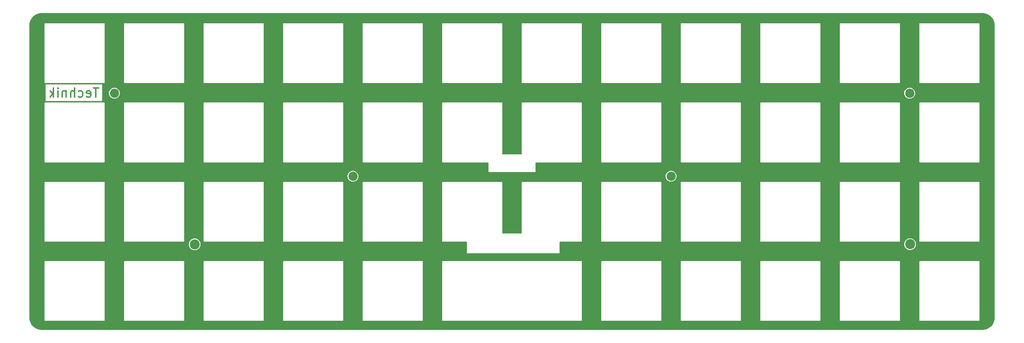
<source format=gbr>
%TF.GenerationSoftware,KiCad,Pcbnew,7.0.2*%
%TF.CreationDate,2023-05-30T09:54:27-07:00*%
%TF.ProjectId,ortho Plate,6f727468-6f20-4506-9c61-74652e6b6963,rev?*%
%TF.SameCoordinates,Original*%
%TF.FileFunction,Copper,L2,Bot*%
%TF.FilePolarity,Positive*%
%FSLAX46Y46*%
G04 Gerber Fmt 4.6, Leading zero omitted, Abs format (unit mm)*
G04 Created by KiCad (PCBNEW 7.0.2) date 2023-05-30 09:54:27*
%MOMM*%
%LPD*%
G01*
G04 APERTURE LIST*
%ADD10C,0.300000*%
%TA.AperFunction,NonConductor*%
%ADD11C,0.300000*%
%TD*%
%TA.AperFunction,ComponentPad*%
%ADD12C,2.200000*%
%TD*%
%TA.AperFunction,ComponentPad*%
%ADD13C,2.400000*%
%TD*%
G04 APERTURE END LIST*
D10*
D11*
X29718966Y-31020241D02*
X28461823Y-31020241D01*
X29090394Y-33220241D02*
X29090394Y-31020241D01*
X26890395Y-33115480D02*
X27099919Y-33220241D01*
X27099919Y-33220241D02*
X27518966Y-33220241D01*
X27518966Y-33220241D02*
X27728490Y-33115480D01*
X27728490Y-33115480D02*
X27833252Y-32905956D01*
X27833252Y-32905956D02*
X27833252Y-32067860D01*
X27833252Y-32067860D02*
X27728490Y-31858337D01*
X27728490Y-31858337D02*
X27518966Y-31753575D01*
X27518966Y-31753575D02*
X27099919Y-31753575D01*
X27099919Y-31753575D02*
X26890395Y-31858337D01*
X26890395Y-31858337D02*
X26785633Y-32067860D01*
X26785633Y-32067860D02*
X26785633Y-32277384D01*
X26785633Y-32277384D02*
X27833252Y-32486908D01*
X24899919Y-33115480D02*
X25109443Y-33220241D01*
X25109443Y-33220241D02*
X25528490Y-33220241D01*
X25528490Y-33220241D02*
X25738014Y-33115480D01*
X25738014Y-33115480D02*
X25842776Y-33010718D01*
X25842776Y-33010718D02*
X25947538Y-32801194D01*
X25947538Y-32801194D02*
X25947538Y-32172622D01*
X25947538Y-32172622D02*
X25842776Y-31963099D01*
X25842776Y-31963099D02*
X25738014Y-31858337D01*
X25738014Y-31858337D02*
X25528490Y-31753575D01*
X25528490Y-31753575D02*
X25109443Y-31753575D01*
X25109443Y-31753575D02*
X24899919Y-31858337D01*
X23957062Y-33220241D02*
X23957062Y-31020241D01*
X23014205Y-33220241D02*
X23014205Y-32067860D01*
X23014205Y-32067860D02*
X23118967Y-31858337D01*
X23118967Y-31858337D02*
X23328491Y-31753575D01*
X23328491Y-31753575D02*
X23642776Y-31753575D01*
X23642776Y-31753575D02*
X23852300Y-31858337D01*
X23852300Y-31858337D02*
X23957062Y-31963099D01*
X21966586Y-31753575D02*
X21966586Y-33220241D01*
X21966586Y-31963099D02*
X21861824Y-31858337D01*
X21861824Y-31858337D02*
X21652300Y-31753575D01*
X21652300Y-31753575D02*
X21338015Y-31753575D01*
X21338015Y-31753575D02*
X21128491Y-31858337D01*
X21128491Y-31858337D02*
X21023729Y-32067860D01*
X21023729Y-32067860D02*
X21023729Y-33220241D01*
X19976110Y-33220241D02*
X19976110Y-31753575D01*
X19976110Y-31020241D02*
X20080872Y-31125003D01*
X20080872Y-31125003D02*
X19976110Y-31229765D01*
X19976110Y-31229765D02*
X19871348Y-31125003D01*
X19871348Y-31125003D02*
X19976110Y-31020241D01*
X19976110Y-31020241D02*
X19976110Y-31229765D01*
X18928491Y-33220241D02*
X18928491Y-31020241D01*
X18718967Y-32382146D02*
X18090396Y-33220241D01*
X18090396Y-31753575D02*
X18928491Y-32591670D01*
D12*
%TO.P,REF\u002A\u002A,*%
%TO.N,*%
X33501320Y-32297080D03*
%TD*%
%TO.P,REF\u002A\u002A,*%
%TO.N,*%
X166851320Y-52210680D03*
%TD*%
D13*
%TO.P,REF\u002A\u002A,*%
%TO.N,*%
X224102920Y-68492080D03*
%TD*%
D12*
%TO.P,REF\u002A\u002A,*%
%TO.N,*%
X224001320Y-32297080D03*
%TD*%
%TO.P,REF\u002A\u002A,*%
%TO.N,*%
X90651320Y-52210680D03*
%TD*%
D13*
%TO.P,REF\u002A\u002A,*%
%TO.N,*%
X52742920Y-68523880D03*
%TD*%
%TA.AperFunction,NonConductor*%
G36*
X241468907Y-13124398D02*
G01*
X241782963Y-13142032D01*
X241796994Y-13143613D01*
X242103620Y-13195709D01*
X242117370Y-13198848D01*
X242416240Y-13284949D01*
X242429556Y-13289608D01*
X242702876Y-13402820D01*
X242716900Y-13408629D01*
X242729616Y-13414752D01*
X243001841Y-13565204D01*
X243013776Y-13572704D01*
X243267439Y-13752685D01*
X243278471Y-13761483D01*
X243510374Y-13968723D01*
X243520355Y-13978703D01*
X243727603Y-14210612D01*
X243736412Y-14221659D01*
X243916376Y-14475293D01*
X243923894Y-14487257D01*
X244074333Y-14759455D01*
X244080464Y-14772186D01*
X244199481Y-15059518D01*
X244204147Y-15072854D01*
X244290242Y-15371692D01*
X244293387Y-15385469D01*
X244345482Y-15692083D01*
X244347064Y-15706123D01*
X244364681Y-16019817D01*
X244364879Y-16026882D01*
X244364880Y-86096771D01*
X244364880Y-86120160D01*
X244364682Y-86127225D01*
X244347045Y-86441274D01*
X244345463Y-86455315D01*
X244293368Y-86761919D01*
X244290224Y-86775694D01*
X244204126Y-87074545D01*
X244199459Y-87087882D01*
X244080446Y-87375204D01*
X244074315Y-87387935D01*
X243923880Y-87660125D01*
X243916363Y-87672089D01*
X243736393Y-87925733D01*
X243727583Y-87936780D01*
X243520346Y-88168677D01*
X243510354Y-88178668D01*
X243278466Y-88385895D01*
X243267419Y-88394705D01*
X243013774Y-88574673D01*
X243001810Y-88582190D01*
X242729622Y-88732621D01*
X242716892Y-88738752D01*
X242429562Y-88857767D01*
X242416225Y-88862434D01*
X242117376Y-88948529D01*
X242103600Y-88951673D01*
X241796997Y-89003765D01*
X241782956Y-89005347D01*
X241569755Y-89017319D01*
X241468545Y-89023002D01*
X241461493Y-89023200D01*
X16048919Y-89023200D01*
X16041854Y-89023002D01*
X15727804Y-89005365D01*
X15713763Y-89003783D01*
X15407157Y-88951688D01*
X15393382Y-88948544D01*
X15094534Y-88862448D01*
X15081197Y-88857781D01*
X14793867Y-88738765D01*
X14781143Y-88732637D01*
X14508952Y-88582203D01*
X14496988Y-88574686D01*
X14243340Y-88394713D01*
X14232293Y-88385903D01*
X14000400Y-88178670D01*
X13990409Y-88168679D01*
X13783176Y-87936786D01*
X13774366Y-87925739D01*
X13594393Y-87672091D01*
X13586876Y-87660127D01*
X13586875Y-87660125D01*
X13436438Y-87387929D01*
X13430317Y-87375219D01*
X13311297Y-87087879D01*
X13306631Y-87074545D01*
X13264202Y-86927268D01*
X13231897Y-86815135D01*
X16804420Y-86815135D01*
X16805413Y-86818193D01*
X16817538Y-86841988D01*
X16821324Y-86847199D01*
X16840204Y-86866078D01*
X16845418Y-86869866D01*
X16869197Y-86881983D01*
X16872266Y-86882980D01*
X31087576Y-86882980D01*
X31090645Y-86881982D01*
X31114417Y-86869869D01*
X31117029Y-86867970D01*
X31117032Y-86867970D01*
X31117033Y-86867968D01*
X31119642Y-86866073D01*
X31138513Y-86847202D01*
X31140408Y-86844593D01*
X31140410Y-86844592D01*
X31140410Y-86844589D01*
X31142309Y-86841977D01*
X31154422Y-86818205D01*
X31155420Y-86815135D01*
X35854420Y-86815135D01*
X35855413Y-86818193D01*
X35867538Y-86841988D01*
X35871324Y-86847199D01*
X35890204Y-86866078D01*
X35895418Y-86869866D01*
X35919197Y-86881983D01*
X35922266Y-86882980D01*
X50137576Y-86882980D01*
X50140645Y-86881982D01*
X50164417Y-86869869D01*
X50167029Y-86867970D01*
X50167032Y-86867970D01*
X50167033Y-86867968D01*
X50169642Y-86866073D01*
X50188513Y-86847202D01*
X50190408Y-86844593D01*
X50190410Y-86844592D01*
X50190410Y-86844589D01*
X50192309Y-86841977D01*
X50204422Y-86818205D01*
X50205420Y-86815135D01*
X54904420Y-86815135D01*
X54905413Y-86818193D01*
X54917538Y-86841988D01*
X54921324Y-86847199D01*
X54940204Y-86866078D01*
X54945418Y-86869866D01*
X54969197Y-86881983D01*
X54972266Y-86882980D01*
X69187576Y-86882980D01*
X69190645Y-86881982D01*
X69214417Y-86869869D01*
X69217029Y-86867970D01*
X69217032Y-86867970D01*
X69217033Y-86867968D01*
X69219642Y-86866073D01*
X69238513Y-86847202D01*
X69240408Y-86844593D01*
X69240410Y-86844592D01*
X69240410Y-86844589D01*
X69242309Y-86841977D01*
X69254422Y-86818205D01*
X69255420Y-86815135D01*
X73954420Y-86815135D01*
X73955413Y-86818193D01*
X73967538Y-86841988D01*
X73971324Y-86847199D01*
X73990204Y-86866078D01*
X73995418Y-86869866D01*
X74019197Y-86881983D01*
X74022266Y-86882980D01*
X88237576Y-86882980D01*
X88240645Y-86881982D01*
X88264417Y-86869869D01*
X88267029Y-86867970D01*
X88267032Y-86867970D01*
X88267033Y-86867968D01*
X88269642Y-86866073D01*
X88288513Y-86847202D01*
X88290408Y-86844593D01*
X88290410Y-86844592D01*
X88290410Y-86844589D01*
X88292309Y-86841977D01*
X88304422Y-86818205D01*
X88305420Y-86815135D01*
X93004420Y-86815135D01*
X93005413Y-86818193D01*
X93017538Y-86841988D01*
X93021324Y-86847199D01*
X93040204Y-86866078D01*
X93045418Y-86869866D01*
X93069197Y-86881983D01*
X93072266Y-86882980D01*
X107287576Y-86882980D01*
X107290645Y-86881982D01*
X107314417Y-86869869D01*
X107317029Y-86867970D01*
X107317032Y-86867970D01*
X107317033Y-86867968D01*
X107319642Y-86866073D01*
X107338513Y-86847202D01*
X107340408Y-86844593D01*
X107340410Y-86844592D01*
X107340410Y-86844589D01*
X107342309Y-86841977D01*
X107354422Y-86818205D01*
X107355420Y-86815135D01*
X107355420Y-72599827D01*
X112054419Y-72599827D01*
X112054420Y-86815135D01*
X112055413Y-86818193D01*
X112067538Y-86841988D01*
X112071324Y-86847199D01*
X112090204Y-86866078D01*
X112095418Y-86869866D01*
X112119197Y-86881983D01*
X112122266Y-86882980D01*
X145387576Y-86882980D01*
X145390645Y-86881982D01*
X145414417Y-86869869D01*
X145417029Y-86867970D01*
X145417032Y-86867970D01*
X145417033Y-86867968D01*
X145419642Y-86866073D01*
X145438513Y-86847202D01*
X145440408Y-86844593D01*
X145440410Y-86844592D01*
X145440410Y-86844589D01*
X145442309Y-86841977D01*
X145454422Y-86818205D01*
X145455420Y-86815135D01*
X150154420Y-86815135D01*
X150155413Y-86818193D01*
X150167538Y-86841988D01*
X150171324Y-86847199D01*
X150190204Y-86866078D01*
X150195418Y-86869866D01*
X150219197Y-86881983D01*
X150222266Y-86882980D01*
X164437576Y-86882980D01*
X164440645Y-86881982D01*
X164464417Y-86869869D01*
X164467029Y-86867970D01*
X164467032Y-86867970D01*
X164467033Y-86867968D01*
X164469642Y-86866073D01*
X164488513Y-86847202D01*
X164490408Y-86844593D01*
X164490410Y-86844592D01*
X164490410Y-86844589D01*
X164492309Y-86841977D01*
X164504422Y-86818205D01*
X164505420Y-86815135D01*
X169204420Y-86815135D01*
X169205413Y-86818193D01*
X169217538Y-86841988D01*
X169221324Y-86847199D01*
X169240204Y-86866078D01*
X169245418Y-86869866D01*
X169269197Y-86881983D01*
X169272266Y-86882980D01*
X183487576Y-86882980D01*
X183490645Y-86881982D01*
X183514417Y-86869869D01*
X183517029Y-86867970D01*
X183517032Y-86867970D01*
X183517033Y-86867968D01*
X183519642Y-86866073D01*
X183538513Y-86847202D01*
X183540408Y-86844593D01*
X183540410Y-86844592D01*
X183540410Y-86844589D01*
X183542309Y-86841977D01*
X183554422Y-86818205D01*
X183555420Y-86815135D01*
X188254420Y-86815135D01*
X188255413Y-86818193D01*
X188267538Y-86841988D01*
X188271324Y-86847199D01*
X188290204Y-86866078D01*
X188295418Y-86869866D01*
X188319197Y-86881983D01*
X188322266Y-86882980D01*
X202537576Y-86882980D01*
X202540645Y-86881982D01*
X202564417Y-86869869D01*
X202567029Y-86867970D01*
X202567032Y-86867970D01*
X202567033Y-86867968D01*
X202569642Y-86866073D01*
X202588513Y-86847202D01*
X202590408Y-86844593D01*
X202590410Y-86844592D01*
X202590410Y-86844589D01*
X202592309Y-86841977D01*
X202604422Y-86818205D01*
X202605420Y-86815135D01*
X207304420Y-86815135D01*
X207305413Y-86818193D01*
X207317538Y-86841988D01*
X207321324Y-86847199D01*
X207340204Y-86866078D01*
X207345418Y-86869866D01*
X207369197Y-86881983D01*
X207372266Y-86882980D01*
X221587576Y-86882980D01*
X221590645Y-86881982D01*
X221614417Y-86869869D01*
X221617029Y-86867970D01*
X221617032Y-86867970D01*
X221617033Y-86867968D01*
X221619642Y-86866073D01*
X221638513Y-86847202D01*
X221640408Y-86844593D01*
X221640410Y-86844592D01*
X221640410Y-86844589D01*
X221642309Y-86841977D01*
X221654422Y-86818205D01*
X221655420Y-86815135D01*
X226354420Y-86815135D01*
X226355413Y-86818193D01*
X226367538Y-86841988D01*
X226371324Y-86847199D01*
X226390204Y-86866078D01*
X226395418Y-86869866D01*
X226419197Y-86881983D01*
X226422266Y-86882980D01*
X240637576Y-86882980D01*
X240640645Y-86881982D01*
X240664417Y-86869869D01*
X240667029Y-86867970D01*
X240667032Y-86867970D01*
X240667033Y-86867968D01*
X240669642Y-86866073D01*
X240688513Y-86847202D01*
X240690408Y-86844593D01*
X240690410Y-86844592D01*
X240690410Y-86844589D01*
X240692309Y-86841977D01*
X240704422Y-86818205D01*
X240705420Y-86815135D01*
X240705420Y-72599825D01*
X240704423Y-72596757D01*
X240692306Y-72572978D01*
X240688518Y-72567764D01*
X240669639Y-72548884D01*
X240664428Y-72545098D01*
X240640633Y-72532973D01*
X240637575Y-72531980D01*
X240637574Y-72531980D01*
X240620837Y-72531980D01*
X226487574Y-72531980D01*
X226422266Y-72531980D01*
X226422264Y-72531981D01*
X226419204Y-72532975D01*
X226395412Y-72545097D01*
X226390208Y-72548878D01*
X226371318Y-72567768D01*
X226367537Y-72572972D01*
X226355415Y-72596764D01*
X226354420Y-72599827D01*
X226354420Y-86815135D01*
X221655420Y-86815135D01*
X221655420Y-72599825D01*
X221654423Y-72596757D01*
X221642306Y-72572978D01*
X221638518Y-72567764D01*
X221619639Y-72548884D01*
X221614428Y-72545098D01*
X221590633Y-72532973D01*
X221587575Y-72531980D01*
X221587574Y-72531980D01*
X221570837Y-72531980D01*
X207437574Y-72531980D01*
X207372266Y-72531980D01*
X207372264Y-72531981D01*
X207369204Y-72532975D01*
X207345412Y-72545097D01*
X207340208Y-72548878D01*
X207321318Y-72567768D01*
X207317537Y-72572972D01*
X207305415Y-72596764D01*
X207304420Y-72599827D01*
X207304420Y-86815135D01*
X202605420Y-86815135D01*
X202605420Y-72599825D01*
X202604423Y-72596757D01*
X202592306Y-72572978D01*
X202588518Y-72567764D01*
X202569639Y-72548884D01*
X202564428Y-72545098D01*
X202540633Y-72532973D01*
X202537575Y-72531980D01*
X202537574Y-72531980D01*
X202520837Y-72531980D01*
X188387574Y-72531980D01*
X188322266Y-72531980D01*
X188322264Y-72531981D01*
X188319204Y-72532975D01*
X188295412Y-72545097D01*
X188290208Y-72548878D01*
X188271318Y-72567768D01*
X188267537Y-72572972D01*
X188255415Y-72596764D01*
X188254420Y-72599827D01*
X188254420Y-86815135D01*
X183555420Y-86815135D01*
X183555420Y-72599825D01*
X183554423Y-72596757D01*
X183542306Y-72572978D01*
X183538518Y-72567764D01*
X183519639Y-72548884D01*
X183514428Y-72545098D01*
X183490633Y-72532973D01*
X183487575Y-72531980D01*
X183487574Y-72531980D01*
X183470837Y-72531980D01*
X169337574Y-72531980D01*
X169272266Y-72531980D01*
X169272264Y-72531981D01*
X169269204Y-72532975D01*
X169245412Y-72545097D01*
X169240208Y-72548878D01*
X169221318Y-72567768D01*
X169217537Y-72572972D01*
X169205415Y-72596764D01*
X169204420Y-72599827D01*
X169204420Y-86815135D01*
X164505420Y-86815135D01*
X164505420Y-72599825D01*
X164504423Y-72596757D01*
X164492306Y-72572978D01*
X164488518Y-72567764D01*
X164469639Y-72548884D01*
X164464428Y-72545098D01*
X164440633Y-72532973D01*
X164437575Y-72531980D01*
X164437574Y-72531980D01*
X164420837Y-72531980D01*
X150287574Y-72531980D01*
X150222266Y-72531980D01*
X150222264Y-72531981D01*
X150219204Y-72532975D01*
X150195412Y-72545097D01*
X150190208Y-72548878D01*
X150171318Y-72567768D01*
X150167537Y-72572972D01*
X150155415Y-72596764D01*
X150154420Y-72599827D01*
X150154420Y-86815135D01*
X145455420Y-86815135D01*
X145455420Y-72599825D01*
X145454423Y-72596757D01*
X145442306Y-72572978D01*
X145438518Y-72567764D01*
X145419639Y-72548884D01*
X145414428Y-72545098D01*
X145390633Y-72532973D01*
X145387575Y-72531980D01*
X145387574Y-72531980D01*
X145370837Y-72531980D01*
X112187574Y-72531980D01*
X112122266Y-72531980D01*
X112122264Y-72531981D01*
X112119204Y-72532975D01*
X112095412Y-72545097D01*
X112090208Y-72548878D01*
X112071318Y-72567768D01*
X112067537Y-72572972D01*
X112055415Y-72596764D01*
X112054419Y-72599827D01*
X107355420Y-72599827D01*
X107355420Y-72599825D01*
X107354423Y-72596757D01*
X107342306Y-72572978D01*
X107338518Y-72567764D01*
X107319639Y-72548884D01*
X107314428Y-72545098D01*
X107290633Y-72532973D01*
X107287575Y-72531980D01*
X107287574Y-72531980D01*
X107270837Y-72531980D01*
X93137574Y-72531980D01*
X93072266Y-72531980D01*
X93072264Y-72531981D01*
X93069204Y-72532975D01*
X93045412Y-72545097D01*
X93040208Y-72548878D01*
X93021318Y-72567768D01*
X93017537Y-72572972D01*
X93005415Y-72596764D01*
X93004420Y-72599827D01*
X93004420Y-86815135D01*
X88305420Y-86815135D01*
X88305420Y-72599825D01*
X88304423Y-72596757D01*
X88292306Y-72572978D01*
X88288518Y-72567764D01*
X88269639Y-72548884D01*
X88264428Y-72545098D01*
X88240633Y-72532973D01*
X88237575Y-72531980D01*
X88237574Y-72531980D01*
X88220837Y-72531980D01*
X74087574Y-72531980D01*
X74022266Y-72531980D01*
X74022264Y-72531981D01*
X74019204Y-72532975D01*
X73995412Y-72545097D01*
X73990208Y-72548878D01*
X73971318Y-72567768D01*
X73967537Y-72572972D01*
X73955415Y-72596764D01*
X73954420Y-72599827D01*
X73954420Y-86815135D01*
X69255420Y-86815135D01*
X69255420Y-72599825D01*
X69254423Y-72596757D01*
X69242306Y-72572978D01*
X69238518Y-72567764D01*
X69219639Y-72548884D01*
X69214428Y-72545098D01*
X69190633Y-72532973D01*
X69187575Y-72531980D01*
X69187574Y-72531980D01*
X69170837Y-72531980D01*
X55037574Y-72531980D01*
X54972266Y-72531980D01*
X54972264Y-72531981D01*
X54969204Y-72532975D01*
X54945412Y-72545097D01*
X54940208Y-72548878D01*
X54921318Y-72567768D01*
X54917537Y-72572972D01*
X54905415Y-72596764D01*
X54904420Y-72599827D01*
X54904420Y-86815135D01*
X50205420Y-86815135D01*
X50205420Y-72599825D01*
X50204423Y-72596757D01*
X50192306Y-72572978D01*
X50188518Y-72567764D01*
X50169639Y-72548884D01*
X50164428Y-72545098D01*
X50140633Y-72532973D01*
X50137575Y-72531980D01*
X50137574Y-72531980D01*
X50120837Y-72531980D01*
X35987574Y-72531980D01*
X35922266Y-72531980D01*
X35922264Y-72531981D01*
X35919204Y-72532975D01*
X35895412Y-72545097D01*
X35890208Y-72548878D01*
X35871318Y-72567768D01*
X35867537Y-72572972D01*
X35855415Y-72596764D01*
X35854420Y-72599827D01*
X35854420Y-86815135D01*
X31155420Y-86815135D01*
X31155420Y-72599825D01*
X31154423Y-72596757D01*
X31142306Y-72572978D01*
X31138518Y-72567764D01*
X31119639Y-72548884D01*
X31114428Y-72545098D01*
X31090633Y-72532973D01*
X31087575Y-72531980D01*
X31087574Y-72531980D01*
X31070837Y-72531980D01*
X16937574Y-72531980D01*
X16872266Y-72531980D01*
X16872264Y-72531981D01*
X16869204Y-72532975D01*
X16845412Y-72545097D01*
X16840208Y-72548878D01*
X16821318Y-72567768D01*
X16817537Y-72572972D01*
X16805415Y-72596764D01*
X16804420Y-72599827D01*
X16804420Y-86815135D01*
X13231897Y-86815135D01*
X13220533Y-86775689D01*
X13217393Y-86761931D01*
X13165295Y-86455313D01*
X13163714Y-86441275D01*
X13146078Y-86127225D01*
X13145880Y-86120160D01*
X13145880Y-68523878D01*
X51337619Y-68523878D01*
X51344667Y-68608940D01*
X51344983Y-68613994D01*
X51348739Y-68702411D01*
X51352985Y-68722111D01*
X51355382Y-68738248D01*
X51356785Y-68755183D01*
X51369276Y-68804508D01*
X51371625Y-68813785D01*
X51378568Y-68841199D01*
X51379596Y-68845585D01*
X51398965Y-68935461D01*
X51405203Y-68950983D01*
X51410433Y-68967029D01*
X51413763Y-68980181D01*
X51450782Y-69064577D01*
X51452307Y-69068207D01*
X51487856Y-69156670D01*
X51494829Y-69167996D01*
X51502919Y-69183436D01*
X51506993Y-69192723D01*
X51506996Y-69192729D01*
X51559292Y-69272776D01*
X51561066Y-69275572D01*
X51606655Y-69349612D01*
X51612851Y-69359675D01*
X51619366Y-69367077D01*
X51630266Y-69381408D01*
X51633941Y-69387033D01*
X51701046Y-69459929D01*
X51702862Y-69461948D01*
X51715025Y-69475767D01*
X51770354Y-69538634D01*
X51775365Y-69542680D01*
X51788905Y-69555370D01*
X51791136Y-69557793D01*
X51872853Y-69621395D01*
X51931253Y-69668550D01*
X51955840Y-69688403D01*
X51958466Y-69689870D01*
X51974190Y-69700293D01*
X51974290Y-69700347D01*
X51974294Y-69700350D01*
X52068082Y-69751105D01*
X52163966Y-69804670D01*
X52163969Y-69804671D01*
X52164286Y-69804848D01*
X52175380Y-69809773D01*
X52178414Y-69810814D01*
X52178417Y-69810816D01*
X52282196Y-69846443D01*
X52388749Y-69884091D01*
X52388752Y-69884091D01*
X52391714Y-69885138D01*
X52397932Y-69886175D01*
X52397939Y-69886178D01*
X52509244Y-69904751D01*
X52535342Y-69909226D01*
X52623718Y-69924380D01*
X52623720Y-69924380D01*
X52858969Y-69924380D01*
X52912843Y-69915389D01*
X52922896Y-69914125D01*
X52928419Y-69913654D01*
X52980461Y-69909226D01*
X53029760Y-69896388D01*
X53040758Y-69894044D01*
X53087901Y-69886178D01*
X53142793Y-69867332D01*
X53151939Y-69864576D01*
X53211169Y-69849155D01*
X53254495Y-69829569D01*
X53265444Y-69825227D01*
X53307423Y-69810816D01*
X53361481Y-69781560D01*
X53369512Y-69777578D01*
X53428406Y-69750957D01*
X53464955Y-69726253D01*
X53475508Y-69719852D01*
X53511546Y-69700350D01*
X53562756Y-69660490D01*
X53569555Y-69655555D01*
X53625923Y-69617459D01*
X53655305Y-69589297D01*
X53665068Y-69580858D01*
X53694704Y-69557793D01*
X53740972Y-69507531D01*
X53746438Y-69501953D01*
X53798038Y-69452501D01*
X53820201Y-69422532D01*
X53828797Y-69412126D01*
X53851899Y-69387033D01*
X53891114Y-69327008D01*
X53895274Y-69321027D01*
X53939799Y-69260827D01*
X53955046Y-69230584D01*
X53962055Y-69218425D01*
X53978844Y-69192729D01*
X54009017Y-69123941D01*
X54011878Y-69117863D01*
X54047127Y-69047954D01*
X54056035Y-69018862D01*
X54061124Y-69005149D01*
X54069053Y-68987073D01*
X54072077Y-68980180D01*
X54085537Y-68927029D01*
X54091357Y-68904046D01*
X54093018Y-68898102D01*
X54116936Y-68820003D01*
X54120365Y-68793227D01*
X54123201Y-68778297D01*
X54129053Y-68755187D01*
X54129054Y-68755185D01*
X54135822Y-68673496D01*
X54136406Y-68667953D01*
X54147218Y-68583534D01*
X54146217Y-68559979D01*
X54146534Y-68544227D01*
X54148220Y-68523881D01*
X54141171Y-68438816D01*
X54140858Y-68433832D01*
X54137100Y-68345348D01*
X54132854Y-68325650D01*
X54130456Y-68309504D01*
X54129054Y-68292576D01*
X54125288Y-68277704D01*
X54107250Y-68206477D01*
X54106247Y-68202193D01*
X54086874Y-68112299D01*
X54080634Y-68096772D01*
X54075406Y-68080726D01*
X54072077Y-68067580D01*
X54035059Y-67983187D01*
X54033532Y-67979554D01*
X54028893Y-67968010D01*
X53997984Y-67891090D01*
X53991008Y-67879761D01*
X53982918Y-67864320D01*
X53978844Y-67855031D01*
X53952779Y-67815135D01*
X54904420Y-67815135D01*
X54905413Y-67818193D01*
X54917538Y-67841988D01*
X54921324Y-67847199D01*
X54940204Y-67866078D01*
X54945418Y-67869866D01*
X54969197Y-67881983D01*
X54972266Y-67882980D01*
X69187576Y-67882980D01*
X69190645Y-67881982D01*
X69214417Y-67869869D01*
X69217029Y-67867970D01*
X69217032Y-67867970D01*
X69217033Y-67867968D01*
X69219642Y-67866073D01*
X69238513Y-67847202D01*
X69240408Y-67844593D01*
X69240410Y-67844592D01*
X69240410Y-67844589D01*
X69242309Y-67841977D01*
X69254422Y-67818205D01*
X69255420Y-67815135D01*
X73954420Y-67815135D01*
X73955413Y-67818193D01*
X73967538Y-67841988D01*
X73971324Y-67847199D01*
X73990204Y-67866078D01*
X73995418Y-67869866D01*
X74019197Y-67881983D01*
X74022266Y-67882980D01*
X88237576Y-67882980D01*
X88240645Y-67881982D01*
X88264417Y-67869869D01*
X88267029Y-67867970D01*
X88267032Y-67867970D01*
X88267033Y-67867968D01*
X88269642Y-67866073D01*
X88288513Y-67847202D01*
X88290408Y-67844593D01*
X88290410Y-67844592D01*
X88290410Y-67844589D01*
X88292309Y-67841977D01*
X88304422Y-67818205D01*
X88305420Y-67815135D01*
X93004420Y-67815135D01*
X93005413Y-67818193D01*
X93017538Y-67841988D01*
X93021324Y-67847199D01*
X93040204Y-67866078D01*
X93045418Y-67869866D01*
X93069197Y-67881983D01*
X93072266Y-67882980D01*
X107287576Y-67882980D01*
X107290645Y-67881982D01*
X107314417Y-67869869D01*
X107317029Y-67867970D01*
X107317032Y-67867970D01*
X107317033Y-67867968D01*
X107319642Y-67866073D01*
X107338513Y-67847202D01*
X107340408Y-67844593D01*
X107340410Y-67844592D01*
X107340410Y-67844589D01*
X107342309Y-67841977D01*
X107354422Y-67818205D01*
X107355420Y-67815135D01*
X107355420Y-67730703D01*
X112054406Y-67730703D01*
X112054411Y-67749852D01*
X112054411Y-67749853D01*
X112054420Y-67780927D01*
X112054420Y-67782508D01*
X112054420Y-67815134D01*
X112055435Y-67818258D01*
X112067516Y-67841958D01*
X112071302Y-67847170D01*
X112090253Y-67866115D01*
X112095469Y-67869902D01*
X112119171Y-67881973D01*
X112122262Y-67882977D01*
X112122266Y-67882980D01*
X112122270Y-67882980D01*
X112122295Y-67882988D01*
X112139029Y-67882983D01*
X112139030Y-67882984D01*
X112153781Y-67882980D01*
X112187574Y-67882980D01*
X112209600Y-67882980D01*
X112209690Y-67882964D01*
X117826142Y-67881441D01*
X117894268Y-67901425D01*
X117940775Y-67955068D01*
X117952176Y-68007576D01*
X117949474Y-70530530D01*
X117949420Y-70530886D01*
X117949420Y-70582412D01*
X117949385Y-70615028D01*
X117950459Y-70618332D01*
X117962390Y-70641778D01*
X117966169Y-70646990D01*
X117985322Y-70666163D01*
X117987807Y-70667968D01*
X117987808Y-70667970D01*
X117987809Y-70667970D01*
X117990538Y-70669953D01*
X118013954Y-70681899D01*
X118017157Y-70682944D01*
X118017158Y-70682945D01*
X118017266Y-70682980D01*
X118049812Y-70682980D01*
X118082466Y-70683015D01*
X118082466Y-70683014D01*
X118102198Y-70683035D01*
X118102549Y-70682980D01*
X129034003Y-70682980D01*
X140049812Y-70682980D01*
X140082466Y-70683015D01*
X140082468Y-70683013D01*
X140085395Y-70682066D01*
X140109544Y-70669778D01*
X140114758Y-70665989D01*
X140133355Y-70647412D01*
X140135339Y-70644686D01*
X140135343Y-70644684D01*
X140135344Y-70644680D01*
X140137157Y-70642191D01*
X140149468Y-70618062D01*
X140150420Y-70615134D01*
X140150420Y-70582628D01*
X140151220Y-69835537D01*
X140152658Y-68492078D01*
X222697619Y-68492078D01*
X222704667Y-68577140D01*
X222704983Y-68582194D01*
X222708739Y-68670611D01*
X222712985Y-68690311D01*
X222715382Y-68706448D01*
X222716785Y-68723383D01*
X222729276Y-68772708D01*
X222734472Y-68793227D01*
X222738568Y-68809399D01*
X222739596Y-68813785D01*
X222758965Y-68903661D01*
X222765203Y-68919183D01*
X222770431Y-68935223D01*
X222772480Y-68943313D01*
X222773763Y-68948381D01*
X222810782Y-69032777D01*
X222812307Y-69036407D01*
X222847856Y-69124870D01*
X222854829Y-69136196D01*
X222862919Y-69151636D01*
X222866993Y-69160923D01*
X222866996Y-69160929D01*
X222919292Y-69240976D01*
X222921066Y-69243772D01*
X222940664Y-69275600D01*
X222972851Y-69327875D01*
X222979366Y-69335277D01*
X222990266Y-69349608D01*
X222993941Y-69355233D01*
X223061046Y-69428129D01*
X223062862Y-69430148D01*
X223082534Y-69452499D01*
X223130354Y-69506834D01*
X223135365Y-69510880D01*
X223148905Y-69523570D01*
X223151136Y-69525993D01*
X223232853Y-69589595D01*
X223281287Y-69628703D01*
X223315840Y-69656603D01*
X223318466Y-69658070D01*
X223334190Y-69668493D01*
X223334290Y-69668547D01*
X223334294Y-69668550D01*
X223428082Y-69719305D01*
X223523966Y-69772870D01*
X223523969Y-69772871D01*
X223524286Y-69773048D01*
X223535380Y-69777973D01*
X223538414Y-69779014D01*
X223538417Y-69779016D01*
X223642196Y-69814643D01*
X223748749Y-69852291D01*
X223748752Y-69852291D01*
X223751714Y-69853338D01*
X223757932Y-69854375D01*
X223757939Y-69854378D01*
X223869244Y-69872951D01*
X223895342Y-69877426D01*
X223983718Y-69892580D01*
X223983720Y-69892580D01*
X224218969Y-69892580D01*
X224272843Y-69883589D01*
X224282896Y-69882325D01*
X224288419Y-69881854D01*
X224340461Y-69877426D01*
X224389760Y-69864588D01*
X224400758Y-69862244D01*
X224447901Y-69854378D01*
X224502793Y-69835532D01*
X224511939Y-69832776D01*
X224571169Y-69817355D01*
X224614495Y-69797769D01*
X224625444Y-69793427D01*
X224667423Y-69779016D01*
X224721481Y-69749760D01*
X224729512Y-69745778D01*
X224788406Y-69719157D01*
X224824955Y-69694453D01*
X224835508Y-69688052D01*
X224871546Y-69668550D01*
X224922756Y-69628690D01*
X224929555Y-69623755D01*
X224985923Y-69585659D01*
X225015305Y-69557497D01*
X225025068Y-69549058D01*
X225054704Y-69525993D01*
X225100972Y-69475731D01*
X225106438Y-69470153D01*
X225158038Y-69420701D01*
X225180201Y-69390732D01*
X225188797Y-69380326D01*
X225211899Y-69355233D01*
X225251114Y-69295208D01*
X225255274Y-69289227D01*
X225299799Y-69229027D01*
X225315046Y-69198784D01*
X225322055Y-69186625D01*
X225338844Y-69160929D01*
X225369017Y-69092141D01*
X225371878Y-69086063D01*
X225407127Y-69016154D01*
X225416035Y-68987062D01*
X225421124Y-68973349D01*
X225432077Y-68948380D01*
X225451357Y-68872246D01*
X225453018Y-68866302D01*
X225476936Y-68788203D01*
X225480365Y-68761427D01*
X225483201Y-68746497D01*
X225489053Y-68723387D01*
X225489054Y-68723385D01*
X225495822Y-68641696D01*
X225496406Y-68636153D01*
X225507218Y-68551734D01*
X225506217Y-68528179D01*
X225506534Y-68512427D01*
X225508220Y-68492081D01*
X225501171Y-68407016D01*
X225500858Y-68402032D01*
X225497100Y-68313548D01*
X225492854Y-68293850D01*
X225490456Y-68277704D01*
X225489054Y-68260776D01*
X225489053Y-68260772D01*
X225467250Y-68174677D01*
X225466247Y-68170393D01*
X225446874Y-68080499D01*
X225440634Y-68064972D01*
X225435406Y-68048926D01*
X225432077Y-68035780D01*
X225395059Y-67951387D01*
X225393532Y-67947754D01*
X225386365Y-67929919D01*
X225357984Y-67859290D01*
X225351008Y-67847961D01*
X225342918Y-67832520D01*
X225338844Y-67823231D01*
X225333555Y-67815135D01*
X226354420Y-67815135D01*
X226355413Y-67818193D01*
X226367538Y-67841988D01*
X226371324Y-67847199D01*
X226390204Y-67866078D01*
X226395418Y-67869866D01*
X226419197Y-67881983D01*
X226422266Y-67882980D01*
X240637576Y-67882980D01*
X240640645Y-67881982D01*
X240664417Y-67869869D01*
X240667029Y-67867970D01*
X240667032Y-67867970D01*
X240667033Y-67867968D01*
X240669642Y-67866073D01*
X240688513Y-67847202D01*
X240690408Y-67844593D01*
X240690410Y-67844592D01*
X240690410Y-67844589D01*
X240692309Y-67841977D01*
X240704422Y-67818205D01*
X240705420Y-67815135D01*
X240705420Y-53599825D01*
X240704423Y-53596757D01*
X240692306Y-53572978D01*
X240688518Y-53567764D01*
X240669639Y-53548884D01*
X240664428Y-53545098D01*
X240640633Y-53532973D01*
X240637575Y-53531980D01*
X240637574Y-53531980D01*
X240620837Y-53531980D01*
X226487574Y-53531980D01*
X226422266Y-53531980D01*
X226422264Y-53531981D01*
X226419204Y-53532975D01*
X226395412Y-53545097D01*
X226390208Y-53548878D01*
X226371318Y-53567768D01*
X226367537Y-53572972D01*
X226355415Y-53596764D01*
X226354420Y-53599827D01*
X226354420Y-67815135D01*
X225333555Y-67815135D01*
X225290897Y-67749842D01*
X225286581Y-67743236D01*
X225284772Y-67740384D01*
X225232991Y-67656288D01*
X225232990Y-67656287D01*
X225232989Y-67656285D01*
X225226469Y-67648877D01*
X225215569Y-67634545D01*
X225211899Y-67628927D01*
X225144782Y-67556018D01*
X225143019Y-67554059D01*
X225075484Y-67477325D01*
X225070471Y-67473277D01*
X225056935Y-67460590D01*
X225054703Y-67458166D01*
X224972986Y-67394564D01*
X224890000Y-67327556D01*
X224887368Y-67326086D01*
X224871648Y-67315665D01*
X224777757Y-67264854D01*
X224681563Y-67211116D01*
X224670456Y-67206185D01*
X224599946Y-67181979D01*
X224563643Y-67169516D01*
X224457091Y-67131869D01*
X224457089Y-67131868D01*
X224454124Y-67130821D01*
X224447904Y-67129783D01*
X224447901Y-67129782D01*
X224336595Y-67111208D01*
X224251353Y-67096592D01*
X224222122Y-67091580D01*
X224222120Y-67091580D01*
X224218969Y-67091580D01*
X223986871Y-67091580D01*
X223969725Y-67094440D01*
X223932992Y-67100570D01*
X223922941Y-67101834D01*
X223865378Y-67106733D01*
X223816072Y-67119571D01*
X223805065Y-67121917D01*
X223757937Y-67129781D01*
X223703047Y-67148625D01*
X223693887Y-67151386D01*
X223656351Y-67161159D01*
X223634671Y-67166805D01*
X223634669Y-67166805D01*
X223634668Y-67166806D01*
X223591352Y-67186384D01*
X223580373Y-67190739D01*
X223538418Y-67205143D01*
X223484376Y-67234389D01*
X223476308Y-67238389D01*
X223417434Y-67265002D01*
X223380889Y-67289701D01*
X223370310Y-67296117D01*
X223334294Y-67315609D01*
X223283105Y-67355451D01*
X223276273Y-67360410D01*
X223219919Y-67398499D01*
X223190548Y-67426648D01*
X223180761Y-67435108D01*
X223151131Y-67458171D01*
X223104890Y-67508401D01*
X223099376Y-67514028D01*
X223047801Y-67563458D01*
X223025643Y-67593419D01*
X223017045Y-67603828D01*
X222993938Y-67628929D01*
X222954735Y-67688935D01*
X222950557Y-67694942D01*
X222906042Y-67755130D01*
X222890804Y-67785352D01*
X222883783Y-67797532D01*
X222866996Y-67823229D01*
X222836824Y-67892011D01*
X222833948Y-67898119D01*
X222798711Y-67968010D01*
X222789803Y-67997094D01*
X222784719Y-68010799D01*
X222773764Y-68035776D01*
X222754481Y-68111918D01*
X222752814Y-68117877D01*
X222728904Y-68195953D01*
X222725474Y-68222734D01*
X222722640Y-68237654D01*
X222716786Y-68260772D01*
X222710019Y-68342427D01*
X222709429Y-68348023D01*
X222698622Y-68432427D01*
X222699622Y-68455989D01*
X222699305Y-68471731D01*
X222697619Y-68492078D01*
X140152658Y-68492078D01*
X140153177Y-68007311D01*
X140173252Y-67939213D01*
X140226957Y-67892777D01*
X140279210Y-67881447D01*
X145302558Y-67882964D01*
X145302660Y-67882980D01*
X145354241Y-67882980D01*
X145370806Y-67882985D01*
X145370807Y-67882984D01*
X145387542Y-67882989D01*
X145387570Y-67882980D01*
X145387574Y-67882980D01*
X145387577Y-67882977D01*
X145390684Y-67881968D01*
X145414361Y-67869908D01*
X145417002Y-67867990D01*
X145417006Y-67867989D01*
X145417008Y-67867986D01*
X145419581Y-67866118D01*
X145438541Y-67847164D01*
X145440408Y-67844592D01*
X145440410Y-67844592D01*
X145440410Y-67844590D01*
X145442328Y-67841951D01*
X145454400Y-67818269D01*
X145455420Y-67815135D01*
X150154420Y-67815135D01*
X150155413Y-67818193D01*
X150167538Y-67841988D01*
X150171324Y-67847199D01*
X150190204Y-67866078D01*
X150195418Y-67869866D01*
X150219197Y-67881983D01*
X150222266Y-67882980D01*
X164437576Y-67882980D01*
X164440645Y-67881982D01*
X164464417Y-67869869D01*
X164467029Y-67867970D01*
X164467032Y-67867970D01*
X164467033Y-67867968D01*
X164469642Y-67866073D01*
X164488513Y-67847202D01*
X164490408Y-67844593D01*
X164490410Y-67844592D01*
X164490410Y-67844589D01*
X164492309Y-67841977D01*
X164504422Y-67818205D01*
X164505420Y-67815135D01*
X169204420Y-67815135D01*
X169205413Y-67818193D01*
X169217538Y-67841988D01*
X169221324Y-67847199D01*
X169240204Y-67866078D01*
X169245418Y-67869866D01*
X169269197Y-67881983D01*
X169272266Y-67882980D01*
X183487576Y-67882980D01*
X183490645Y-67881982D01*
X183514417Y-67869869D01*
X183517029Y-67867970D01*
X183517032Y-67867970D01*
X183517033Y-67867968D01*
X183519642Y-67866073D01*
X183538513Y-67847202D01*
X183540408Y-67844593D01*
X183540410Y-67844592D01*
X183540410Y-67844589D01*
X183542309Y-67841977D01*
X183554422Y-67818205D01*
X183555420Y-67815135D01*
X188254420Y-67815135D01*
X188255413Y-67818193D01*
X188267538Y-67841988D01*
X188271324Y-67847199D01*
X188290204Y-67866078D01*
X188295418Y-67869866D01*
X188319197Y-67881983D01*
X188322266Y-67882980D01*
X202537576Y-67882980D01*
X202540645Y-67881982D01*
X202564417Y-67869869D01*
X202567029Y-67867970D01*
X202567032Y-67867970D01*
X202567033Y-67867968D01*
X202569642Y-67866073D01*
X202588513Y-67847202D01*
X202590408Y-67844593D01*
X202590410Y-67844592D01*
X202590410Y-67844589D01*
X202592309Y-67841977D01*
X202604422Y-67818205D01*
X202605420Y-67815135D01*
X207304420Y-67815135D01*
X207305413Y-67818193D01*
X207317538Y-67841988D01*
X207321324Y-67847199D01*
X207340204Y-67866078D01*
X207345418Y-67869866D01*
X207369197Y-67881983D01*
X207372266Y-67882980D01*
X221587576Y-67882980D01*
X221590645Y-67881982D01*
X221614417Y-67869869D01*
X221617029Y-67867970D01*
X221617032Y-67867970D01*
X221617033Y-67867968D01*
X221619642Y-67866073D01*
X221638513Y-67847202D01*
X221640408Y-67844593D01*
X221640410Y-67844592D01*
X221640410Y-67844589D01*
X221642309Y-67841977D01*
X221654422Y-67818205D01*
X221655420Y-67815135D01*
X221655420Y-53599825D01*
X221654423Y-53596757D01*
X221642306Y-53572978D01*
X221638518Y-53567764D01*
X221619639Y-53548884D01*
X221614428Y-53545098D01*
X221590633Y-53532973D01*
X221587575Y-53531980D01*
X221587574Y-53531980D01*
X221570837Y-53531980D01*
X207437574Y-53531980D01*
X207372266Y-53531980D01*
X207372264Y-53531981D01*
X207369204Y-53532975D01*
X207345412Y-53545097D01*
X207340208Y-53548878D01*
X207321318Y-53567768D01*
X207317537Y-53572972D01*
X207305415Y-53596764D01*
X207304420Y-53599827D01*
X207304420Y-67815135D01*
X202605420Y-67815135D01*
X202605420Y-53599825D01*
X202604423Y-53596757D01*
X202592306Y-53572978D01*
X202588518Y-53567764D01*
X202569639Y-53548884D01*
X202564428Y-53545098D01*
X202540633Y-53532973D01*
X202537575Y-53531980D01*
X202537574Y-53531980D01*
X202520837Y-53531980D01*
X188387574Y-53531980D01*
X188322266Y-53531980D01*
X188322264Y-53531981D01*
X188319204Y-53532975D01*
X188295412Y-53545097D01*
X188290208Y-53548878D01*
X188271318Y-53567768D01*
X188267537Y-53572972D01*
X188255415Y-53596764D01*
X188254420Y-53599827D01*
X188254420Y-67815135D01*
X183555420Y-67815135D01*
X183555420Y-53599825D01*
X183554423Y-53596757D01*
X183542306Y-53572978D01*
X183538518Y-53567764D01*
X183519639Y-53548884D01*
X183514428Y-53545098D01*
X183490633Y-53532973D01*
X183487575Y-53531980D01*
X183487574Y-53531980D01*
X183470837Y-53531980D01*
X169337574Y-53531980D01*
X169272266Y-53531980D01*
X169272264Y-53531981D01*
X169269204Y-53532975D01*
X169245412Y-53545097D01*
X169240208Y-53548878D01*
X169221318Y-53567768D01*
X169217537Y-53572972D01*
X169205415Y-53596764D01*
X169204420Y-53599827D01*
X169204420Y-67815135D01*
X164505420Y-67815135D01*
X164505420Y-53599825D01*
X164504423Y-53596757D01*
X164492306Y-53572978D01*
X164488518Y-53567764D01*
X164469639Y-53548884D01*
X164464428Y-53545098D01*
X164440633Y-53532973D01*
X164437575Y-53531980D01*
X164437574Y-53531980D01*
X164420837Y-53531980D01*
X150287574Y-53531980D01*
X150222266Y-53531980D01*
X150222264Y-53531981D01*
X150219204Y-53532975D01*
X150195412Y-53545097D01*
X150190208Y-53548878D01*
X150171318Y-53567768D01*
X150167537Y-53572972D01*
X150155415Y-53596764D01*
X150154420Y-53599827D01*
X150154420Y-67815135D01*
X145455420Y-67815135D01*
X145455420Y-67815134D01*
X145455420Y-67782510D01*
X145455428Y-67755130D01*
X145455430Y-67749856D01*
X145455429Y-67749855D01*
X145455435Y-67730241D01*
X145455420Y-67730139D01*
X145455420Y-53599825D01*
X145454423Y-53596757D01*
X145442306Y-53572978D01*
X145438518Y-53567764D01*
X145419639Y-53548884D01*
X145414428Y-53545098D01*
X145390633Y-53532973D01*
X145387575Y-53531980D01*
X145387574Y-53531980D01*
X145370837Y-53531980D01*
X131237574Y-53531980D01*
X131172266Y-53531980D01*
X131172264Y-53531981D01*
X131169204Y-53532975D01*
X131145412Y-53545097D01*
X131140208Y-53548878D01*
X131121318Y-53567768D01*
X131117537Y-53572972D01*
X131105415Y-53596764D01*
X131104420Y-53599827D01*
X131104420Y-65829980D01*
X131084418Y-65898101D01*
X131030762Y-65944594D01*
X130978420Y-65955980D01*
X126531420Y-65955980D01*
X126463299Y-65935978D01*
X126416806Y-65882322D01*
X126405420Y-65829980D01*
X126405420Y-53599825D01*
X126404423Y-53596757D01*
X126392306Y-53572978D01*
X126388518Y-53567764D01*
X126369639Y-53548884D01*
X126364428Y-53545098D01*
X126340633Y-53532973D01*
X126337575Y-53531980D01*
X126337574Y-53531980D01*
X126320837Y-53531980D01*
X112187574Y-53531980D01*
X112122266Y-53531980D01*
X112122264Y-53531981D01*
X112119204Y-53532975D01*
X112095412Y-53545097D01*
X112090208Y-53548878D01*
X112071318Y-53567768D01*
X112067537Y-53572972D01*
X112055415Y-53596764D01*
X112054420Y-53599827D01*
X112054420Y-67730612D01*
X112054406Y-67730703D01*
X107355420Y-67730703D01*
X107355420Y-53599825D01*
X107354423Y-53596757D01*
X107342306Y-53572978D01*
X107338518Y-53567764D01*
X107319639Y-53548884D01*
X107314428Y-53545098D01*
X107290633Y-53532973D01*
X107287575Y-53531980D01*
X107287574Y-53531980D01*
X107270837Y-53531980D01*
X93137574Y-53531980D01*
X93072266Y-53531980D01*
X93072264Y-53531981D01*
X93069204Y-53532975D01*
X93045412Y-53545097D01*
X93040208Y-53548878D01*
X93021318Y-53567768D01*
X93017537Y-53572972D01*
X93005415Y-53596764D01*
X93004420Y-53599827D01*
X93004420Y-67815135D01*
X88305420Y-67815135D01*
X88305420Y-53599825D01*
X88304423Y-53596757D01*
X88292306Y-53572978D01*
X88288518Y-53567764D01*
X88269639Y-53548884D01*
X88264428Y-53545098D01*
X88240633Y-53532973D01*
X88237575Y-53531980D01*
X88237574Y-53531980D01*
X88220837Y-53531980D01*
X74087574Y-53531980D01*
X74022266Y-53531980D01*
X74022264Y-53531981D01*
X74019204Y-53532975D01*
X73995412Y-53545097D01*
X73990208Y-53548878D01*
X73971318Y-53567768D01*
X73967537Y-53572972D01*
X73955415Y-53596764D01*
X73954420Y-53599827D01*
X73954420Y-67815135D01*
X69255420Y-67815135D01*
X69255420Y-53599825D01*
X69254423Y-53596757D01*
X69242306Y-53572978D01*
X69238518Y-53567764D01*
X69219639Y-53548884D01*
X69214428Y-53545098D01*
X69190633Y-53532973D01*
X69187575Y-53531980D01*
X69187574Y-53531980D01*
X69170837Y-53531980D01*
X55037574Y-53531980D01*
X54972266Y-53531980D01*
X54972264Y-53531981D01*
X54969204Y-53532975D01*
X54945412Y-53545097D01*
X54940208Y-53548878D01*
X54921318Y-53567768D01*
X54917537Y-53572972D01*
X54905415Y-53596764D01*
X54904420Y-53599827D01*
X54904420Y-67815135D01*
X53952779Y-67815135D01*
X53926581Y-67775036D01*
X53924772Y-67772184D01*
X53872991Y-67688088D01*
X53872990Y-67688087D01*
X53872989Y-67688085D01*
X53866469Y-67680677D01*
X53855569Y-67666345D01*
X53851900Y-67660729D01*
X53851899Y-67660727D01*
X53784782Y-67587818D01*
X53783019Y-67585859D01*
X53715484Y-67509125D01*
X53710471Y-67505077D01*
X53696935Y-67492390D01*
X53694703Y-67489966D01*
X53612986Y-67426364D01*
X53530000Y-67359356D01*
X53527368Y-67357886D01*
X53511648Y-67347465D01*
X53417757Y-67296654D01*
X53321563Y-67242916D01*
X53310456Y-67237985D01*
X53223520Y-67208140D01*
X53203643Y-67201316D01*
X53097091Y-67163669D01*
X53097089Y-67163668D01*
X53094124Y-67162621D01*
X53087904Y-67161583D01*
X53087901Y-67161582D01*
X52976595Y-67143008D01*
X52891353Y-67128392D01*
X52862122Y-67123380D01*
X52862120Y-67123380D01*
X52858969Y-67123380D01*
X52626871Y-67123380D01*
X52609725Y-67126240D01*
X52572992Y-67132370D01*
X52562941Y-67133634D01*
X52505378Y-67138533D01*
X52456072Y-67151371D01*
X52445065Y-67153717D01*
X52397937Y-67161581D01*
X52343047Y-67180425D01*
X52333887Y-67183186D01*
X52296351Y-67192959D01*
X52274671Y-67198605D01*
X52274669Y-67198605D01*
X52274668Y-67198606D01*
X52231352Y-67218184D01*
X52220373Y-67222539D01*
X52178418Y-67236943D01*
X52142726Y-67256258D01*
X52126568Y-67265003D01*
X52124376Y-67266189D01*
X52116308Y-67270189D01*
X52057434Y-67296802D01*
X52020889Y-67321501D01*
X52010310Y-67327917D01*
X51974294Y-67347409D01*
X51923105Y-67387251D01*
X51916273Y-67392210D01*
X51859919Y-67430299D01*
X51830548Y-67458448D01*
X51820761Y-67466908D01*
X51791131Y-67489971D01*
X51744890Y-67540201D01*
X51739376Y-67545828D01*
X51687801Y-67595258D01*
X51665643Y-67625219D01*
X51657045Y-67635628D01*
X51633938Y-67660729D01*
X51594735Y-67720735D01*
X51590557Y-67726742D01*
X51546042Y-67786930D01*
X51530804Y-67817152D01*
X51523783Y-67829332D01*
X51506996Y-67855029D01*
X51476824Y-67923811D01*
X51473948Y-67929919D01*
X51438711Y-67999810D01*
X51429803Y-68028894D01*
X51424719Y-68042599D01*
X51413764Y-68067576D01*
X51394481Y-68143718D01*
X51392814Y-68149677D01*
X51368904Y-68227753D01*
X51365474Y-68254534D01*
X51362640Y-68269454D01*
X51356786Y-68292572D01*
X51350019Y-68374227D01*
X51349429Y-68379823D01*
X51338622Y-68464227D01*
X51339622Y-68487789D01*
X51339305Y-68503531D01*
X51337619Y-68523878D01*
X13145880Y-68523878D01*
X13145880Y-67815135D01*
X16804420Y-67815135D01*
X16805413Y-67818193D01*
X16817538Y-67841988D01*
X16821324Y-67847199D01*
X16840204Y-67866078D01*
X16845418Y-67869866D01*
X16869197Y-67881983D01*
X16872266Y-67882980D01*
X31087576Y-67882980D01*
X31090645Y-67881982D01*
X31114417Y-67869869D01*
X31117029Y-67867970D01*
X31117032Y-67867970D01*
X31117033Y-67867968D01*
X31119642Y-67866073D01*
X31138513Y-67847202D01*
X31140408Y-67844593D01*
X31140410Y-67844592D01*
X31140410Y-67844589D01*
X31142309Y-67841977D01*
X31154422Y-67818205D01*
X31155420Y-67815135D01*
X35854420Y-67815135D01*
X35855413Y-67818193D01*
X35867538Y-67841988D01*
X35871324Y-67847199D01*
X35890204Y-67866078D01*
X35895418Y-67869866D01*
X35919197Y-67881983D01*
X35922266Y-67882980D01*
X50137576Y-67882980D01*
X50140645Y-67881982D01*
X50164417Y-67869869D01*
X50167029Y-67867970D01*
X50167032Y-67867970D01*
X50167033Y-67867968D01*
X50169642Y-67866073D01*
X50188513Y-67847202D01*
X50190408Y-67844593D01*
X50190410Y-67844592D01*
X50190410Y-67844589D01*
X50192309Y-67841977D01*
X50204422Y-67818205D01*
X50205420Y-67815135D01*
X50205420Y-53599825D01*
X50204423Y-53596757D01*
X50192306Y-53572978D01*
X50188518Y-53567764D01*
X50169639Y-53548884D01*
X50164428Y-53545098D01*
X50140633Y-53532973D01*
X50137575Y-53531980D01*
X50137574Y-53531980D01*
X50120837Y-53531980D01*
X35987574Y-53531980D01*
X35922266Y-53531980D01*
X35922264Y-53531981D01*
X35919204Y-53532975D01*
X35895412Y-53545097D01*
X35890208Y-53548878D01*
X35871318Y-53567768D01*
X35867537Y-53572972D01*
X35855415Y-53596764D01*
X35854420Y-53599827D01*
X35854420Y-67815135D01*
X31155420Y-67815135D01*
X31155420Y-53599825D01*
X31154423Y-53596757D01*
X31142306Y-53572978D01*
X31138518Y-53567764D01*
X31119639Y-53548884D01*
X31114428Y-53545098D01*
X31090633Y-53532973D01*
X31087575Y-53531980D01*
X31087574Y-53531980D01*
X31070837Y-53531980D01*
X16937574Y-53531980D01*
X16872266Y-53531980D01*
X16872264Y-53531981D01*
X16869204Y-53532975D01*
X16845412Y-53545097D01*
X16840208Y-53548878D01*
X16821318Y-53567768D01*
X16817537Y-53572972D01*
X16805415Y-53596764D01*
X16804420Y-53599827D01*
X16804420Y-67815135D01*
X13145880Y-67815135D01*
X13145880Y-52210679D01*
X89345852Y-52210679D01*
X89365685Y-52437372D01*
X89424580Y-52657175D01*
X89520751Y-52863414D01*
X89520752Y-52863414D01*
X89651273Y-53049819D01*
X89812181Y-53210727D01*
X89998586Y-53341248D01*
X90204824Y-53437419D01*
X90424628Y-53496315D01*
X90651320Y-53516148D01*
X90878012Y-53496315D01*
X91097816Y-53437419D01*
X91304054Y-53341248D01*
X91490459Y-53210727D01*
X91651367Y-53049819D01*
X91781888Y-52863414D01*
X91878059Y-52657176D01*
X91936955Y-52437372D01*
X91956788Y-52210680D01*
X91956788Y-52210679D01*
X165545852Y-52210679D01*
X165565685Y-52437372D01*
X165624580Y-52657175D01*
X165720752Y-52863413D01*
X165720752Y-52863414D01*
X165851273Y-53049819D01*
X166012181Y-53210727D01*
X166198586Y-53341248D01*
X166404824Y-53437419D01*
X166624628Y-53496315D01*
X166851320Y-53516148D01*
X167078012Y-53496315D01*
X167297816Y-53437419D01*
X167504054Y-53341248D01*
X167690459Y-53210727D01*
X167851367Y-53049819D01*
X167981888Y-52863414D01*
X168078059Y-52657176D01*
X168136955Y-52437372D01*
X168156788Y-52210680D01*
X168136955Y-51983988D01*
X168078059Y-51764184D01*
X167981888Y-51557946D01*
X167851367Y-51371541D01*
X167690459Y-51210633D01*
X167504054Y-51080112D01*
X167504053Y-51080112D01*
X167297815Y-50983940D01*
X167078012Y-50925045D01*
X166851320Y-50905212D01*
X166624627Y-50925045D01*
X166404824Y-50983940D01*
X166198585Y-51080112D01*
X166012178Y-51210635D01*
X165851275Y-51371538D01*
X165720752Y-51557945D01*
X165624580Y-51764184D01*
X165565685Y-51983987D01*
X165545852Y-52210679D01*
X91956788Y-52210679D01*
X91936955Y-51983988D01*
X91878059Y-51764184D01*
X91781888Y-51557946D01*
X91651367Y-51371541D01*
X91490459Y-51210633D01*
X91304054Y-51080112D01*
X91304053Y-51080111D01*
X91097815Y-50983940D01*
X90878012Y-50925045D01*
X90651320Y-50905212D01*
X90424627Y-50925045D01*
X90204824Y-50983940D01*
X89998585Y-51080112D01*
X89812178Y-51210635D01*
X89651275Y-51371538D01*
X89520752Y-51557945D01*
X89424580Y-51764184D01*
X89365685Y-51983987D01*
X89345852Y-52210679D01*
X13145880Y-52210679D01*
X13145880Y-48815135D01*
X16804420Y-48815135D01*
X16805413Y-48818193D01*
X16817538Y-48841988D01*
X16821324Y-48847199D01*
X16840204Y-48866078D01*
X16845418Y-48869866D01*
X16869197Y-48881983D01*
X16872266Y-48882980D01*
X31087576Y-48882980D01*
X31090645Y-48881982D01*
X31114417Y-48869869D01*
X31117029Y-48867970D01*
X31117032Y-48867970D01*
X31117033Y-48867968D01*
X31119642Y-48866073D01*
X31138513Y-48847202D01*
X31140408Y-48844593D01*
X31140410Y-48844592D01*
X31140410Y-48844589D01*
X31142309Y-48841977D01*
X31154422Y-48818205D01*
X31155420Y-48815135D01*
X35854420Y-48815135D01*
X35855413Y-48818193D01*
X35867538Y-48841988D01*
X35871324Y-48847199D01*
X35890204Y-48866078D01*
X35895418Y-48869866D01*
X35919197Y-48881983D01*
X35922266Y-48882980D01*
X50137576Y-48882980D01*
X50140645Y-48881982D01*
X50164417Y-48869869D01*
X50167029Y-48867970D01*
X50167032Y-48867970D01*
X50167033Y-48867968D01*
X50169642Y-48866073D01*
X50188513Y-48847202D01*
X50190408Y-48844593D01*
X50190410Y-48844592D01*
X50190410Y-48844589D01*
X50192309Y-48841977D01*
X50204422Y-48818205D01*
X50205420Y-48815135D01*
X54904420Y-48815135D01*
X54905413Y-48818193D01*
X54917538Y-48841988D01*
X54921324Y-48847199D01*
X54940204Y-48866078D01*
X54945418Y-48869866D01*
X54969197Y-48881983D01*
X54972266Y-48882980D01*
X69187576Y-48882980D01*
X69190645Y-48881982D01*
X69214417Y-48869869D01*
X69217029Y-48867970D01*
X69217032Y-48867970D01*
X69217033Y-48867968D01*
X69219642Y-48866073D01*
X69238513Y-48847202D01*
X69240408Y-48844593D01*
X69240410Y-48844592D01*
X69240410Y-48844589D01*
X69242309Y-48841977D01*
X69254422Y-48818205D01*
X69255420Y-48815135D01*
X73954420Y-48815135D01*
X73955413Y-48818193D01*
X73967538Y-48841988D01*
X73971324Y-48847199D01*
X73990204Y-48866078D01*
X73995418Y-48869866D01*
X74019197Y-48881983D01*
X74022266Y-48882980D01*
X88237576Y-48882980D01*
X88240645Y-48881982D01*
X88264417Y-48869869D01*
X88267029Y-48867970D01*
X88267032Y-48867970D01*
X88267033Y-48867968D01*
X88269642Y-48866073D01*
X88288513Y-48847202D01*
X88290408Y-48844593D01*
X88290410Y-48844592D01*
X88290410Y-48844589D01*
X88292309Y-48841977D01*
X88304422Y-48818205D01*
X88305420Y-48815135D01*
X93004420Y-48815135D01*
X93005413Y-48818193D01*
X93017538Y-48841988D01*
X93021324Y-48847199D01*
X93040204Y-48866078D01*
X93045418Y-48869866D01*
X93069197Y-48881983D01*
X93072266Y-48882980D01*
X107287576Y-48882980D01*
X107290645Y-48881982D01*
X107314417Y-48869869D01*
X107317029Y-48867970D01*
X107317032Y-48867970D01*
X107317033Y-48867968D01*
X107319642Y-48866073D01*
X107338513Y-48847202D01*
X107340408Y-48844593D01*
X107340410Y-48844592D01*
X107340410Y-48844589D01*
X107342309Y-48841977D01*
X107354422Y-48818205D01*
X107355420Y-48815135D01*
X107355420Y-34599827D01*
X112054419Y-34599827D01*
X112054420Y-48815135D01*
X112055413Y-48818193D01*
X112067538Y-48841988D01*
X112071324Y-48847199D01*
X112090204Y-48866078D01*
X112095418Y-48869866D01*
X112119197Y-48881983D01*
X112122266Y-48882980D01*
X112139003Y-48882980D01*
X123026124Y-48882980D01*
X123094245Y-48902982D01*
X123140738Y-48956638D01*
X123152124Y-49009144D01*
X123149487Y-51031334D01*
X123149420Y-51031766D01*
X123149420Y-51083360D01*
X123149377Y-51116203D01*
X123150470Y-51119566D01*
X123162356Y-51142930D01*
X123166135Y-51148145D01*
X123185348Y-51167383D01*
X123190560Y-51171169D01*
X123213902Y-51183082D01*
X123217267Y-51184180D01*
X123250173Y-51184180D01*
X123282443Y-51184222D01*
X123282443Y-51184221D01*
X123302009Y-51184247D01*
X123302437Y-51184180D01*
X134250173Y-51184180D01*
X134282442Y-51184222D01*
X134282442Y-51184221D01*
X134282443Y-51184222D01*
X134282443Y-51184221D01*
X134285344Y-51183283D01*
X134309572Y-51170957D01*
X134314786Y-51167169D01*
X134333320Y-51148659D01*
X134335326Y-51145904D01*
X134335329Y-51145903D01*
X134335329Y-51145900D01*
X134337124Y-51143438D01*
X134349477Y-51119234D01*
X134350420Y-51116333D01*
X134350420Y-51083622D01*
X134353125Y-49008816D01*
X134373216Y-48940721D01*
X134426932Y-48894298D01*
X134479125Y-48882980D01*
X145387576Y-48882980D01*
X145390645Y-48881982D01*
X145414417Y-48869869D01*
X145417029Y-48867970D01*
X145417032Y-48867970D01*
X145417033Y-48867968D01*
X145419642Y-48866073D01*
X145438513Y-48847202D01*
X145440408Y-48844593D01*
X145440410Y-48844592D01*
X145440410Y-48844589D01*
X145442309Y-48841977D01*
X145454422Y-48818205D01*
X145455420Y-48815135D01*
X150154420Y-48815135D01*
X150155413Y-48818193D01*
X150167538Y-48841988D01*
X150171324Y-48847199D01*
X150190204Y-48866078D01*
X150195418Y-48869866D01*
X150219197Y-48881983D01*
X150222266Y-48882980D01*
X164437576Y-48882980D01*
X164440645Y-48881982D01*
X164464417Y-48869869D01*
X164467029Y-48867970D01*
X164467032Y-48867970D01*
X164467033Y-48867968D01*
X164469642Y-48866073D01*
X164488513Y-48847202D01*
X164490408Y-48844593D01*
X164490410Y-48844592D01*
X164490410Y-48844589D01*
X164492309Y-48841977D01*
X164504422Y-48818205D01*
X164505420Y-48815135D01*
X169204420Y-48815135D01*
X169205413Y-48818193D01*
X169217538Y-48841988D01*
X169221324Y-48847199D01*
X169240204Y-48866078D01*
X169245418Y-48869866D01*
X169269197Y-48881983D01*
X169272266Y-48882980D01*
X183487576Y-48882980D01*
X183490645Y-48881982D01*
X183514417Y-48869869D01*
X183517029Y-48867970D01*
X183517032Y-48867970D01*
X183517033Y-48867968D01*
X183519642Y-48866073D01*
X183538513Y-48847202D01*
X183540408Y-48844593D01*
X183540410Y-48844592D01*
X183540410Y-48844589D01*
X183542309Y-48841977D01*
X183554422Y-48818205D01*
X183555420Y-48815135D01*
X188254420Y-48815135D01*
X188255413Y-48818193D01*
X188267538Y-48841988D01*
X188271324Y-48847199D01*
X188290204Y-48866078D01*
X188295418Y-48869866D01*
X188319197Y-48881983D01*
X188322266Y-48882980D01*
X202537576Y-48882980D01*
X202540645Y-48881982D01*
X202564417Y-48869869D01*
X202567029Y-48867970D01*
X202567032Y-48867970D01*
X202567033Y-48867968D01*
X202569642Y-48866073D01*
X202588513Y-48847202D01*
X202590408Y-48844593D01*
X202590410Y-48844592D01*
X202590410Y-48844589D01*
X202592309Y-48841977D01*
X202604422Y-48818205D01*
X202605420Y-48815135D01*
X207304420Y-48815135D01*
X207305413Y-48818193D01*
X207317538Y-48841988D01*
X207321324Y-48847199D01*
X207340204Y-48866078D01*
X207345418Y-48869866D01*
X207369197Y-48881983D01*
X207372266Y-48882980D01*
X221587576Y-48882980D01*
X221590645Y-48881982D01*
X221614417Y-48869869D01*
X221617029Y-48867970D01*
X221617032Y-48867970D01*
X221617033Y-48867968D01*
X221619642Y-48866073D01*
X221638513Y-48847202D01*
X221640408Y-48844593D01*
X221640410Y-48844592D01*
X221640410Y-48844589D01*
X221642309Y-48841977D01*
X221654422Y-48818205D01*
X221655420Y-48815135D01*
X226354420Y-48815135D01*
X226355413Y-48818193D01*
X226367538Y-48841988D01*
X226371324Y-48847199D01*
X226390204Y-48866078D01*
X226395418Y-48869866D01*
X226419197Y-48881983D01*
X226422266Y-48882980D01*
X240637576Y-48882980D01*
X240640645Y-48881982D01*
X240664417Y-48869869D01*
X240667029Y-48867970D01*
X240667032Y-48867970D01*
X240667033Y-48867968D01*
X240669642Y-48866073D01*
X240688513Y-48847202D01*
X240690408Y-48844593D01*
X240690410Y-48844592D01*
X240690410Y-48844589D01*
X240692309Y-48841977D01*
X240704422Y-48818205D01*
X240705420Y-48815135D01*
X240705420Y-34599825D01*
X240704423Y-34596757D01*
X240692306Y-34572978D01*
X240688518Y-34567764D01*
X240669639Y-34548884D01*
X240664428Y-34545098D01*
X240640633Y-34532973D01*
X240637575Y-34531980D01*
X240637574Y-34531980D01*
X240620837Y-34531980D01*
X226487574Y-34531980D01*
X226422266Y-34531980D01*
X226422264Y-34531981D01*
X226419204Y-34532975D01*
X226395412Y-34545097D01*
X226390208Y-34548878D01*
X226371318Y-34567768D01*
X226367537Y-34572972D01*
X226355415Y-34596764D01*
X226354420Y-34599827D01*
X226354420Y-48815135D01*
X221655420Y-48815135D01*
X221655420Y-34599825D01*
X221654423Y-34596757D01*
X221642306Y-34572978D01*
X221638518Y-34567764D01*
X221619639Y-34548884D01*
X221614428Y-34545098D01*
X221590633Y-34532973D01*
X221587575Y-34531980D01*
X221587574Y-34531980D01*
X221570837Y-34531980D01*
X207437574Y-34531980D01*
X207372266Y-34531980D01*
X207372264Y-34531981D01*
X207369204Y-34532975D01*
X207345412Y-34545097D01*
X207340208Y-34548878D01*
X207321318Y-34567768D01*
X207317537Y-34572972D01*
X207305415Y-34596764D01*
X207304420Y-34599827D01*
X207304420Y-48815135D01*
X202605420Y-48815135D01*
X202605420Y-34599825D01*
X202604423Y-34596757D01*
X202592306Y-34572978D01*
X202588518Y-34567764D01*
X202569639Y-34548884D01*
X202564428Y-34545098D01*
X202540633Y-34532973D01*
X202537575Y-34531980D01*
X202537574Y-34531980D01*
X202520837Y-34531980D01*
X188387574Y-34531980D01*
X188322266Y-34531980D01*
X188322264Y-34531981D01*
X188319204Y-34532975D01*
X188295412Y-34545097D01*
X188290208Y-34548878D01*
X188271318Y-34567768D01*
X188267537Y-34572972D01*
X188255415Y-34596764D01*
X188254420Y-34599827D01*
X188254420Y-48815135D01*
X183555420Y-48815135D01*
X183555420Y-34599825D01*
X183554423Y-34596757D01*
X183542306Y-34572978D01*
X183538518Y-34567764D01*
X183519639Y-34548884D01*
X183514428Y-34545098D01*
X183490633Y-34532973D01*
X183487575Y-34531980D01*
X183487574Y-34531980D01*
X183470837Y-34531980D01*
X169337574Y-34531980D01*
X169272266Y-34531980D01*
X169272264Y-34531981D01*
X169269204Y-34532975D01*
X169245412Y-34545097D01*
X169240208Y-34548878D01*
X169221318Y-34567768D01*
X169217537Y-34572972D01*
X169205415Y-34596764D01*
X169204420Y-34599827D01*
X169204420Y-48815135D01*
X164505420Y-48815135D01*
X164505420Y-34599825D01*
X164504423Y-34596757D01*
X164492306Y-34572978D01*
X164488518Y-34567764D01*
X164469639Y-34548884D01*
X164464428Y-34545098D01*
X164440633Y-34532973D01*
X164437575Y-34531980D01*
X164437574Y-34531980D01*
X164420837Y-34531980D01*
X150287574Y-34531980D01*
X150222266Y-34531980D01*
X150222264Y-34531981D01*
X150219204Y-34532975D01*
X150195412Y-34545097D01*
X150190208Y-34548878D01*
X150171318Y-34567768D01*
X150167537Y-34572972D01*
X150155415Y-34596764D01*
X150154420Y-34599827D01*
X150154420Y-48815135D01*
X145455420Y-48815135D01*
X145455420Y-34599825D01*
X145454423Y-34596757D01*
X145442306Y-34572978D01*
X145438518Y-34567764D01*
X145419639Y-34548884D01*
X145414428Y-34545098D01*
X145390633Y-34532973D01*
X145387575Y-34531980D01*
X145387574Y-34531980D01*
X145370837Y-34531980D01*
X131237574Y-34531980D01*
X131172266Y-34531980D01*
X131172264Y-34531981D01*
X131169204Y-34532975D01*
X131145412Y-34545097D01*
X131140208Y-34548878D01*
X131121318Y-34567768D01*
X131117537Y-34572972D01*
X131105415Y-34596764D01*
X131104420Y-34599827D01*
X131104420Y-46829980D01*
X131084418Y-46898101D01*
X131030762Y-46944594D01*
X130978420Y-46955980D01*
X126531420Y-46955980D01*
X126463299Y-46935978D01*
X126416806Y-46882322D01*
X126405420Y-46829980D01*
X126405420Y-34599825D01*
X126404423Y-34596757D01*
X126392306Y-34572978D01*
X126388518Y-34567764D01*
X126369639Y-34548884D01*
X126364428Y-34545098D01*
X126340633Y-34532973D01*
X126337575Y-34531980D01*
X126337574Y-34531980D01*
X126320837Y-34531980D01*
X112187574Y-34531980D01*
X112122266Y-34531980D01*
X112122264Y-34531981D01*
X112119204Y-34532975D01*
X112095412Y-34545097D01*
X112090208Y-34548878D01*
X112071318Y-34567768D01*
X112067537Y-34572972D01*
X112055415Y-34596764D01*
X112054419Y-34599827D01*
X107355420Y-34599827D01*
X107355420Y-34599825D01*
X107354423Y-34596757D01*
X107342306Y-34572978D01*
X107338518Y-34567764D01*
X107319639Y-34548884D01*
X107314428Y-34545098D01*
X107290633Y-34532973D01*
X107287575Y-34531980D01*
X107287574Y-34531980D01*
X107270837Y-34531980D01*
X93137574Y-34531980D01*
X93072266Y-34531980D01*
X93072264Y-34531981D01*
X93069204Y-34532975D01*
X93045412Y-34545097D01*
X93040208Y-34548878D01*
X93021318Y-34567768D01*
X93017537Y-34572972D01*
X93005415Y-34596764D01*
X93004420Y-34599827D01*
X93004420Y-48815135D01*
X88305420Y-48815135D01*
X88305420Y-34599825D01*
X88304423Y-34596757D01*
X88292306Y-34572978D01*
X88288518Y-34567764D01*
X88269639Y-34548884D01*
X88264428Y-34545098D01*
X88240633Y-34532973D01*
X88237575Y-34531980D01*
X88237574Y-34531980D01*
X88220837Y-34531980D01*
X74087574Y-34531980D01*
X74022266Y-34531980D01*
X74022264Y-34531981D01*
X74019204Y-34532975D01*
X73995412Y-34545097D01*
X73990208Y-34548878D01*
X73971318Y-34567768D01*
X73967537Y-34572972D01*
X73955415Y-34596764D01*
X73954420Y-34599827D01*
X73954420Y-48815135D01*
X69255420Y-48815135D01*
X69255420Y-34599825D01*
X69254423Y-34596757D01*
X69242306Y-34572978D01*
X69238518Y-34567764D01*
X69219639Y-34548884D01*
X69214428Y-34545098D01*
X69190633Y-34532973D01*
X69187575Y-34531980D01*
X69187574Y-34531980D01*
X69170837Y-34531980D01*
X55037574Y-34531980D01*
X54972266Y-34531980D01*
X54972264Y-34531981D01*
X54969204Y-34532975D01*
X54945412Y-34545097D01*
X54940208Y-34548878D01*
X54921318Y-34567768D01*
X54917537Y-34572972D01*
X54905415Y-34596764D01*
X54904420Y-34599827D01*
X54904420Y-48815135D01*
X50205420Y-48815135D01*
X50205420Y-34599825D01*
X50204423Y-34596757D01*
X50192306Y-34572978D01*
X50188518Y-34567764D01*
X50169639Y-34548884D01*
X50164428Y-34545098D01*
X50140633Y-34532973D01*
X50137575Y-34531980D01*
X50137574Y-34531980D01*
X50120837Y-34531980D01*
X35987574Y-34531980D01*
X35922266Y-34531980D01*
X35922264Y-34531981D01*
X35919204Y-34532975D01*
X35895412Y-34545097D01*
X35890208Y-34548878D01*
X35871318Y-34567768D01*
X35867537Y-34572972D01*
X35855415Y-34596764D01*
X35854420Y-34599827D01*
X35854420Y-48815135D01*
X31155420Y-48815135D01*
X31155420Y-34599825D01*
X31154423Y-34596757D01*
X31142306Y-34572978D01*
X31138518Y-34567764D01*
X31119639Y-34548884D01*
X31114428Y-34545098D01*
X31090633Y-34532973D01*
X31087575Y-34531980D01*
X31087574Y-34531980D01*
X31070837Y-34531980D01*
X16937574Y-34531980D01*
X16872266Y-34531980D01*
X16872264Y-34531981D01*
X16869204Y-34532975D01*
X16845412Y-34545097D01*
X16840208Y-34548878D01*
X16821318Y-34567768D01*
X16817537Y-34572972D01*
X16805415Y-34596764D01*
X16804420Y-34599827D01*
X16804420Y-48815135D01*
X13145880Y-48815135D01*
X13145880Y-30212694D01*
X17001564Y-30212694D01*
X17001564Y-34192266D01*
X30598277Y-34192266D01*
X30598277Y-32297080D01*
X32195852Y-32297080D01*
X32215685Y-32523772D01*
X32274580Y-32743575D01*
X32370752Y-32949814D01*
X32501273Y-33136219D01*
X32662181Y-33297127D01*
X32848586Y-33427648D01*
X33054824Y-33523819D01*
X33274628Y-33582715D01*
X33501320Y-33602548D01*
X33728012Y-33582715D01*
X33947816Y-33523819D01*
X34154054Y-33427648D01*
X34340459Y-33297127D01*
X34501367Y-33136219D01*
X34631888Y-32949814D01*
X34728059Y-32743576D01*
X34786955Y-32523772D01*
X34806788Y-32297080D01*
X34806788Y-32297079D01*
X222695852Y-32297079D01*
X222715685Y-32523772D01*
X222774580Y-32743575D01*
X222870751Y-32949814D01*
X222870752Y-32949814D01*
X223001273Y-33136219D01*
X223162181Y-33297127D01*
X223348586Y-33427648D01*
X223554824Y-33523819D01*
X223774628Y-33582715D01*
X224001320Y-33602548D01*
X224228012Y-33582715D01*
X224447816Y-33523819D01*
X224654054Y-33427648D01*
X224840459Y-33297127D01*
X225001367Y-33136219D01*
X225131888Y-32949814D01*
X225228059Y-32743576D01*
X225286955Y-32523772D01*
X225306788Y-32297080D01*
X225286955Y-32070388D01*
X225228059Y-31850584D01*
X225131888Y-31644346D01*
X225001367Y-31457941D01*
X224840459Y-31297033D01*
X224654054Y-31166512D01*
X224654053Y-31166512D01*
X224447815Y-31070340D01*
X224228012Y-31011445D01*
X224001320Y-30991612D01*
X223774627Y-31011445D01*
X223554824Y-31070340D01*
X223348585Y-31166512D01*
X223162178Y-31297035D01*
X223001275Y-31457938D01*
X222870752Y-31644345D01*
X222774580Y-31850584D01*
X222715685Y-32070387D01*
X222695852Y-32297079D01*
X34806788Y-32297079D01*
X34786955Y-32070388D01*
X34728059Y-31850584D01*
X34631888Y-31644346D01*
X34501367Y-31457941D01*
X34340459Y-31297033D01*
X34154054Y-31166512D01*
X33947815Y-31070340D01*
X33728012Y-31011445D01*
X33501320Y-30991612D01*
X33501319Y-30991612D01*
X33274627Y-31011445D01*
X33054824Y-31070340D01*
X32848585Y-31166512D01*
X32662178Y-31297035D01*
X32501275Y-31457938D01*
X32370752Y-31644345D01*
X32274580Y-31850584D01*
X32215685Y-32070387D01*
X32195852Y-32297080D01*
X30598277Y-32297080D01*
X30598277Y-30212694D01*
X17001564Y-30212694D01*
X13145880Y-30212694D01*
X13145880Y-29815135D01*
X16804420Y-29815135D01*
X16805413Y-29818193D01*
X16817538Y-29841988D01*
X16821324Y-29847199D01*
X16840204Y-29866078D01*
X16845418Y-29869866D01*
X16869197Y-29881983D01*
X16872266Y-29882980D01*
X31087576Y-29882980D01*
X31090645Y-29881982D01*
X31114417Y-29869869D01*
X31117029Y-29867970D01*
X31117032Y-29867970D01*
X31117033Y-29867968D01*
X31119642Y-29866073D01*
X31138513Y-29847202D01*
X31140408Y-29844593D01*
X31140410Y-29844592D01*
X31140410Y-29844589D01*
X31142309Y-29841977D01*
X31154422Y-29818205D01*
X31155420Y-29815135D01*
X35854420Y-29815135D01*
X35855413Y-29818193D01*
X35867538Y-29841988D01*
X35871324Y-29847199D01*
X35890204Y-29866078D01*
X35895418Y-29869866D01*
X35919197Y-29881983D01*
X35922266Y-29882980D01*
X50137576Y-29882980D01*
X50140645Y-29881982D01*
X50164417Y-29869869D01*
X50167029Y-29867970D01*
X50167032Y-29867970D01*
X50167033Y-29867968D01*
X50169642Y-29866073D01*
X50188513Y-29847202D01*
X50190408Y-29844593D01*
X50190410Y-29844592D01*
X50190410Y-29844589D01*
X50192309Y-29841977D01*
X50204422Y-29818205D01*
X50205420Y-29815135D01*
X54904420Y-29815135D01*
X54905413Y-29818193D01*
X54917538Y-29841988D01*
X54921324Y-29847199D01*
X54940204Y-29866078D01*
X54945418Y-29869866D01*
X54969197Y-29881983D01*
X54972266Y-29882980D01*
X69187576Y-29882980D01*
X69190645Y-29881982D01*
X69214417Y-29869869D01*
X69217029Y-29867970D01*
X69217032Y-29867970D01*
X69217033Y-29867968D01*
X69219642Y-29866073D01*
X69238513Y-29847202D01*
X69240408Y-29844593D01*
X69240410Y-29844592D01*
X69240410Y-29844589D01*
X69242309Y-29841977D01*
X69254422Y-29818205D01*
X69255420Y-29815135D01*
X73954420Y-29815135D01*
X73955413Y-29818193D01*
X73967538Y-29841988D01*
X73971324Y-29847199D01*
X73990204Y-29866078D01*
X73995418Y-29869866D01*
X74019197Y-29881983D01*
X74022266Y-29882980D01*
X88237576Y-29882980D01*
X88240645Y-29881982D01*
X88264417Y-29869869D01*
X88267029Y-29867970D01*
X88267032Y-29867970D01*
X88267033Y-29867968D01*
X88269642Y-29866073D01*
X88288513Y-29847202D01*
X88290408Y-29844593D01*
X88290410Y-29844592D01*
X88290410Y-29844589D01*
X88292309Y-29841977D01*
X88304422Y-29818205D01*
X88305420Y-29815135D01*
X93004420Y-29815135D01*
X93005413Y-29818193D01*
X93017538Y-29841988D01*
X93021324Y-29847199D01*
X93040204Y-29866078D01*
X93045418Y-29869866D01*
X93069197Y-29881983D01*
X93072266Y-29882980D01*
X107287576Y-29882980D01*
X107290645Y-29881982D01*
X107314417Y-29869869D01*
X107317029Y-29867970D01*
X107317032Y-29867970D01*
X107317033Y-29867968D01*
X107319642Y-29866073D01*
X107338513Y-29847202D01*
X107340408Y-29844593D01*
X107340410Y-29844592D01*
X107340410Y-29844589D01*
X107342309Y-29841977D01*
X107354422Y-29818205D01*
X107355420Y-29815135D01*
X107355420Y-15599827D01*
X112054419Y-15599827D01*
X112054420Y-29815135D01*
X112055413Y-29818193D01*
X112067538Y-29841988D01*
X112071324Y-29847199D01*
X112090204Y-29866078D01*
X112095418Y-29869866D01*
X112119197Y-29881983D01*
X112122266Y-29882980D01*
X126337576Y-29882980D01*
X126340645Y-29881982D01*
X126364417Y-29869869D01*
X126367029Y-29867970D01*
X126367032Y-29867970D01*
X126367033Y-29867968D01*
X126369642Y-29866073D01*
X126388513Y-29847202D01*
X126390408Y-29844593D01*
X126390410Y-29844592D01*
X126390410Y-29844589D01*
X126392309Y-29841977D01*
X126404422Y-29818205D01*
X126405420Y-29815135D01*
X131104420Y-29815135D01*
X131105413Y-29818193D01*
X131117538Y-29841988D01*
X131121324Y-29847199D01*
X131140204Y-29866078D01*
X131145418Y-29869866D01*
X131169197Y-29881983D01*
X131172266Y-29882980D01*
X145387576Y-29882980D01*
X145390645Y-29881982D01*
X145414417Y-29869869D01*
X145417029Y-29867970D01*
X145417032Y-29867970D01*
X145417033Y-29867968D01*
X145419642Y-29866073D01*
X145438513Y-29847202D01*
X145440408Y-29844593D01*
X145440410Y-29844592D01*
X145440410Y-29844589D01*
X145442309Y-29841977D01*
X145454422Y-29818205D01*
X145455420Y-29815135D01*
X150154420Y-29815135D01*
X150155413Y-29818193D01*
X150167538Y-29841988D01*
X150171324Y-29847199D01*
X150190204Y-29866078D01*
X150195418Y-29869866D01*
X150219197Y-29881983D01*
X150222266Y-29882980D01*
X164437576Y-29882980D01*
X164440645Y-29881982D01*
X164464417Y-29869869D01*
X164467029Y-29867970D01*
X164467032Y-29867970D01*
X164467033Y-29867968D01*
X164469642Y-29866073D01*
X164488513Y-29847202D01*
X164490408Y-29844593D01*
X164490410Y-29844592D01*
X164490410Y-29844589D01*
X164492309Y-29841977D01*
X164504422Y-29818205D01*
X164505420Y-29815135D01*
X169204420Y-29815135D01*
X169205413Y-29818193D01*
X169217538Y-29841988D01*
X169221324Y-29847199D01*
X169240204Y-29866078D01*
X169245418Y-29869866D01*
X169269197Y-29881983D01*
X169272266Y-29882980D01*
X183487576Y-29882980D01*
X183490645Y-29881982D01*
X183514417Y-29869869D01*
X183517029Y-29867970D01*
X183517032Y-29867970D01*
X183517033Y-29867968D01*
X183519642Y-29866073D01*
X183538513Y-29847202D01*
X183540408Y-29844593D01*
X183540410Y-29844592D01*
X183540410Y-29844589D01*
X183542309Y-29841977D01*
X183554422Y-29818205D01*
X183555420Y-29815135D01*
X188254420Y-29815135D01*
X188255413Y-29818193D01*
X188267538Y-29841988D01*
X188271324Y-29847199D01*
X188290204Y-29866078D01*
X188295418Y-29869866D01*
X188319197Y-29881983D01*
X188322266Y-29882980D01*
X202537576Y-29882980D01*
X202540645Y-29881982D01*
X202564417Y-29869869D01*
X202567029Y-29867970D01*
X202567032Y-29867970D01*
X202567033Y-29867968D01*
X202569642Y-29866073D01*
X202588513Y-29847202D01*
X202590408Y-29844593D01*
X202590410Y-29844592D01*
X202590410Y-29844589D01*
X202592309Y-29841977D01*
X202604422Y-29818205D01*
X202605420Y-29815135D01*
X207304420Y-29815135D01*
X207305413Y-29818193D01*
X207317538Y-29841988D01*
X207321324Y-29847199D01*
X207340204Y-29866078D01*
X207345418Y-29869866D01*
X207369197Y-29881983D01*
X207372266Y-29882980D01*
X221587576Y-29882980D01*
X221590645Y-29881982D01*
X221614417Y-29869869D01*
X221617029Y-29867970D01*
X221617032Y-29867970D01*
X221617033Y-29867968D01*
X221619642Y-29866073D01*
X221638513Y-29847202D01*
X221640408Y-29844593D01*
X221640410Y-29844592D01*
X221640410Y-29844589D01*
X221642309Y-29841977D01*
X221654422Y-29818205D01*
X221655420Y-29815135D01*
X226354420Y-29815135D01*
X226355413Y-29818193D01*
X226367538Y-29841988D01*
X226371324Y-29847199D01*
X226390204Y-29866078D01*
X226395418Y-29869866D01*
X226419197Y-29881983D01*
X226422266Y-29882980D01*
X240637576Y-29882980D01*
X240640645Y-29881982D01*
X240664417Y-29869869D01*
X240667029Y-29867970D01*
X240667032Y-29867970D01*
X240667033Y-29867968D01*
X240669642Y-29866073D01*
X240688513Y-29847202D01*
X240690408Y-29844593D01*
X240690410Y-29844592D01*
X240690410Y-29844589D01*
X240692309Y-29841977D01*
X240704422Y-29818205D01*
X240705420Y-29815135D01*
X240705420Y-15599825D01*
X240704423Y-15596757D01*
X240692306Y-15572978D01*
X240688518Y-15567764D01*
X240669639Y-15548884D01*
X240664428Y-15545098D01*
X240640633Y-15532973D01*
X240637575Y-15531980D01*
X240637574Y-15531980D01*
X240620837Y-15531980D01*
X226487574Y-15531980D01*
X226422266Y-15531980D01*
X226422264Y-15531981D01*
X226419204Y-15532975D01*
X226395412Y-15545097D01*
X226390208Y-15548878D01*
X226371318Y-15567768D01*
X226367537Y-15572972D01*
X226355415Y-15596764D01*
X226354420Y-15599827D01*
X226354420Y-29815135D01*
X221655420Y-29815135D01*
X221655420Y-15599825D01*
X221654423Y-15596757D01*
X221642306Y-15572978D01*
X221638518Y-15567764D01*
X221619639Y-15548884D01*
X221614428Y-15545098D01*
X221590633Y-15532973D01*
X221587575Y-15531980D01*
X221587574Y-15531980D01*
X221570837Y-15531980D01*
X207437574Y-15531980D01*
X207372266Y-15531980D01*
X207372264Y-15531981D01*
X207369204Y-15532975D01*
X207345412Y-15545097D01*
X207340208Y-15548878D01*
X207321318Y-15567768D01*
X207317537Y-15572972D01*
X207305415Y-15596764D01*
X207304420Y-15599827D01*
X207304420Y-29815135D01*
X202605420Y-29815135D01*
X202605420Y-15599825D01*
X202604423Y-15596757D01*
X202592306Y-15572978D01*
X202588518Y-15567764D01*
X202569639Y-15548884D01*
X202564428Y-15545098D01*
X202540633Y-15532973D01*
X202537575Y-15531980D01*
X202537574Y-15531980D01*
X202520837Y-15531980D01*
X188387574Y-15531980D01*
X188322266Y-15531980D01*
X188322264Y-15531981D01*
X188319204Y-15532975D01*
X188295412Y-15545097D01*
X188290208Y-15548878D01*
X188271318Y-15567768D01*
X188267537Y-15572972D01*
X188255415Y-15596764D01*
X188254420Y-15599827D01*
X188254420Y-29815135D01*
X183555420Y-29815135D01*
X183555420Y-15599825D01*
X183554423Y-15596757D01*
X183542306Y-15572978D01*
X183538518Y-15567764D01*
X183519639Y-15548884D01*
X183514428Y-15545098D01*
X183490633Y-15532973D01*
X183487575Y-15531980D01*
X183487574Y-15531980D01*
X183470837Y-15531980D01*
X169337574Y-15531980D01*
X169272266Y-15531980D01*
X169272264Y-15531981D01*
X169269204Y-15532975D01*
X169245412Y-15545097D01*
X169240208Y-15548878D01*
X169221318Y-15567768D01*
X169217537Y-15572972D01*
X169205415Y-15596764D01*
X169204420Y-15599827D01*
X169204420Y-29815135D01*
X164505420Y-29815135D01*
X164505420Y-15599825D01*
X164504423Y-15596757D01*
X164492306Y-15572978D01*
X164488518Y-15567764D01*
X164469639Y-15548884D01*
X164464428Y-15545098D01*
X164440633Y-15532973D01*
X164437575Y-15531980D01*
X164437574Y-15531980D01*
X164420837Y-15531980D01*
X150287574Y-15531980D01*
X150222266Y-15531980D01*
X150222264Y-15531981D01*
X150219204Y-15532975D01*
X150195412Y-15545097D01*
X150190208Y-15548878D01*
X150171318Y-15567768D01*
X150167537Y-15572972D01*
X150155415Y-15596764D01*
X150154420Y-15599827D01*
X150154420Y-29815135D01*
X145455420Y-29815135D01*
X145455420Y-15599825D01*
X145454423Y-15596757D01*
X145442306Y-15572978D01*
X145438518Y-15567764D01*
X145419639Y-15548884D01*
X145414428Y-15545098D01*
X145390633Y-15532973D01*
X145387575Y-15531980D01*
X145387574Y-15531980D01*
X145370837Y-15531980D01*
X131237574Y-15531980D01*
X131172266Y-15531980D01*
X131172264Y-15531981D01*
X131169204Y-15532975D01*
X131145412Y-15545097D01*
X131140208Y-15548878D01*
X131121318Y-15567768D01*
X131117537Y-15572972D01*
X131105415Y-15596764D01*
X131104420Y-15599827D01*
X131104420Y-29815135D01*
X126405420Y-29815135D01*
X126405420Y-15599825D01*
X126404423Y-15596757D01*
X126392306Y-15572978D01*
X126388518Y-15567764D01*
X126369639Y-15548884D01*
X126364428Y-15545098D01*
X126340633Y-15532973D01*
X126337575Y-15531980D01*
X126337574Y-15531980D01*
X126320837Y-15531980D01*
X112187574Y-15531980D01*
X112122266Y-15531980D01*
X112122264Y-15531981D01*
X112119204Y-15532975D01*
X112095412Y-15545097D01*
X112090208Y-15548878D01*
X112071318Y-15567768D01*
X112067537Y-15572972D01*
X112055415Y-15596764D01*
X112054419Y-15599827D01*
X107355420Y-15599827D01*
X107355420Y-15599825D01*
X107354423Y-15596757D01*
X107342306Y-15572978D01*
X107338518Y-15567764D01*
X107319639Y-15548884D01*
X107314428Y-15545098D01*
X107290633Y-15532973D01*
X107287575Y-15531980D01*
X107287574Y-15531980D01*
X107270837Y-15531980D01*
X93137574Y-15531980D01*
X93072266Y-15531980D01*
X93072264Y-15531981D01*
X93069204Y-15532975D01*
X93045412Y-15545097D01*
X93040208Y-15548878D01*
X93021318Y-15567768D01*
X93017537Y-15572972D01*
X93005415Y-15596764D01*
X93004420Y-15599827D01*
X93004420Y-29815135D01*
X88305420Y-29815135D01*
X88305420Y-15599825D01*
X88304423Y-15596757D01*
X88292306Y-15572978D01*
X88288518Y-15567764D01*
X88269639Y-15548884D01*
X88264428Y-15545098D01*
X88240633Y-15532973D01*
X88237575Y-15531980D01*
X88237574Y-15531980D01*
X88220837Y-15531980D01*
X74087574Y-15531980D01*
X74022266Y-15531980D01*
X74022264Y-15531981D01*
X74019204Y-15532975D01*
X73995412Y-15545097D01*
X73990208Y-15548878D01*
X73971318Y-15567768D01*
X73967537Y-15572972D01*
X73955415Y-15596764D01*
X73954420Y-15599827D01*
X73954420Y-29815135D01*
X69255420Y-29815135D01*
X69255420Y-15599825D01*
X69254423Y-15596757D01*
X69242306Y-15572978D01*
X69238518Y-15567764D01*
X69219639Y-15548884D01*
X69214428Y-15545098D01*
X69190633Y-15532973D01*
X69187575Y-15531980D01*
X69187574Y-15531980D01*
X69170837Y-15531980D01*
X55037574Y-15531980D01*
X54972266Y-15531980D01*
X54972264Y-15531981D01*
X54969204Y-15532975D01*
X54945412Y-15545097D01*
X54940208Y-15548878D01*
X54921318Y-15567768D01*
X54917537Y-15572972D01*
X54905415Y-15596764D01*
X54904420Y-15599827D01*
X54904420Y-29815135D01*
X50205420Y-29815135D01*
X50205420Y-15599825D01*
X50204423Y-15596757D01*
X50192306Y-15572978D01*
X50188518Y-15567764D01*
X50169639Y-15548884D01*
X50164428Y-15545098D01*
X50140633Y-15532973D01*
X50137575Y-15531980D01*
X50137574Y-15531980D01*
X50120837Y-15531980D01*
X35987574Y-15531980D01*
X35922266Y-15531980D01*
X35922264Y-15531981D01*
X35919204Y-15532975D01*
X35895412Y-15545097D01*
X35890208Y-15548878D01*
X35871318Y-15567768D01*
X35867537Y-15572972D01*
X35855415Y-15596764D01*
X35854420Y-15599827D01*
X35854420Y-29815135D01*
X31155420Y-29815135D01*
X31155420Y-15599825D01*
X31154423Y-15596757D01*
X31142306Y-15572978D01*
X31138518Y-15567764D01*
X31119639Y-15548884D01*
X31114428Y-15545098D01*
X31090633Y-15532973D01*
X31087575Y-15531980D01*
X31087574Y-15531980D01*
X31070837Y-15531980D01*
X16937574Y-15531980D01*
X16872266Y-15531980D01*
X16872264Y-15531981D01*
X16869204Y-15532975D01*
X16845412Y-15545097D01*
X16840208Y-15548878D01*
X16821318Y-15567768D01*
X16817537Y-15572972D01*
X16805415Y-15596764D01*
X16804420Y-15599827D01*
X16804420Y-29815135D01*
X13145880Y-29815135D01*
X13145880Y-16027238D01*
X13146078Y-16020173D01*
X13163714Y-15706124D01*
X13165296Y-15692083D01*
X13217393Y-15385464D01*
X13220532Y-15371714D01*
X13306634Y-15072845D01*
X13311298Y-15059518D01*
X13430320Y-14772173D01*
X13436434Y-14759477D01*
X13586885Y-14487257D01*
X13594393Y-14475308D01*
X13594404Y-14475293D01*
X13774372Y-14221652D01*
X13783170Y-14210620D01*
X13990409Y-13978719D01*
X14000400Y-13968729D01*
X14232302Y-13761489D01*
X14243332Y-13752692D01*
X14496994Y-13572709D01*
X14508939Y-13565203D01*
X14781157Y-13414754D01*
X14793853Y-13408640D01*
X15081205Y-13289614D01*
X15094525Y-13284954D01*
X15393394Y-13198852D01*
X15407144Y-13195713D01*
X15713768Y-13143615D01*
X15727799Y-13142034D01*
X16041854Y-13124397D01*
X16048919Y-13124200D01*
X16072309Y-13124200D01*
X241438452Y-13124200D01*
X241461843Y-13124200D01*
X241468907Y-13124398D01*
G37*
%TD.AperFunction*%
M02*

</source>
